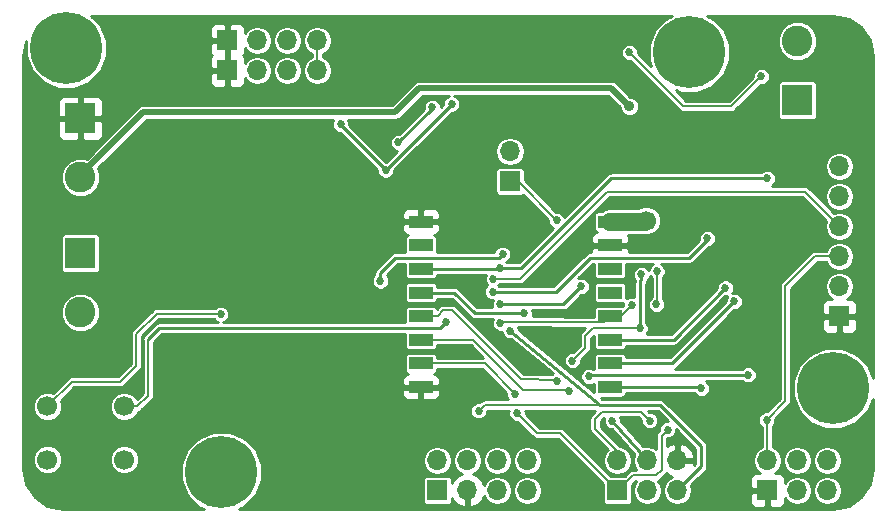
<source format=gbl>
G04 #@! TF.FileFunction,Copper,L2,Bot,Signal*
%FSLAX46Y46*%
G04 Gerber Fmt 4.6, Leading zero omitted, Abs format (unit mm)*
G04 Created by KiCad (PCBNEW 4.0.7+dfsg1-1~bpo9+1) date Thu Mar 15 23:06:16 2018*
%MOMM*%
%LPD*%
G01*
G04 APERTURE LIST*
%ADD10C,0.100000*%
%ADD11C,0.600000*%
%ADD12C,6.096000*%
%ADD13R,1.700000X1.700000*%
%ADD14O,1.700000X1.700000*%
%ADD15C,1.700000*%
%ADD16R,2.600000X2.600000*%
%ADD17C,2.600000*%
%ADD18R,2.000000X1.000000*%
%ADD19C,0.685800*%
%ADD20C,0.889000*%
%ADD21C,0.203200*%
%ADD22C,0.254000*%
%ADD23C,0.508000*%
%ADD24C,1.524000*%
G04 APERTURE END LIST*
D10*
D11*
X112776000Y-42494200D03*
X120954800Y-60477400D03*
X117144800Y-56159400D03*
X128524000Y-58674000D03*
X130810000Y-52324000D03*
X130302000Y-50546000D03*
X127762000Y-51054000D03*
X124714000Y-45466000D03*
X117602000Y-45466000D03*
X119888000Y-45466000D03*
X115570000Y-45720000D03*
X112395000Y-45720000D03*
X111125000Y-46355000D03*
X108381800Y-48234600D03*
X111125000Y-50165000D03*
X115722400Y-53162200D03*
D12*
X103200200Y-38760400D03*
D11*
X147243800Y-60147200D03*
X146942000Y-51152000D03*
X151790400Y-51663600D03*
X153568400Y-51663600D03*
X154838400Y-52425600D03*
X154838400Y-53949600D03*
X138353800Y-48260000D03*
X140665200Y-52730400D03*
X143687800Y-49225200D03*
X152349200Y-71526400D03*
X152044400Y-68199000D03*
X138480800Y-43484800D03*
X130810000Y-60604400D03*
X130911600Y-54457600D03*
X141430200Y-56130400D03*
X143563800Y-58340200D03*
X154990800Y-60731400D03*
X155346400Y-57785000D03*
X149072600Y-45186600D03*
X141960600Y-43840400D03*
X122682000Y-45466000D03*
X100863400Y-58420000D03*
X101092000Y-46761400D03*
X108458000Y-38354000D03*
X115646200Y-51435000D03*
X111125000Y-48260000D03*
X108407200Y-53060600D03*
X108407200Y-58928000D03*
X114604800Y-58445400D03*
X128397000Y-64211200D03*
X122682000Y-58674000D03*
X125730000Y-58674000D03*
X125476000Y-51054000D03*
X122936000Y-55880000D03*
X128524000Y-45466000D03*
X128524000Y-48768000D03*
X135636000Y-51308000D03*
X130048000Y-38608000D03*
X134620000Y-37592000D03*
X144780000Y-39116000D03*
X148844000Y-37592000D03*
X161544000Y-38100000D03*
X156188000Y-46730000D03*
X161544000Y-44196000D03*
X168638000Y-40980000D03*
X147450000Y-54200000D03*
X154711400Y-48285400D03*
X152044400Y-55473600D03*
X153492200Y-55473600D03*
X154838400Y-55473600D03*
X164338000Y-55880000D03*
X162814000Y-65532000D03*
X170434000Y-72390000D03*
X158750000Y-74676000D03*
X160274000Y-68834000D03*
X155956000Y-68834000D03*
X145034000Y-64262000D03*
X130175000Y-72390000D03*
X123190000Y-72390000D03*
X134112000Y-70612000D03*
X135890000Y-68580000D03*
X140970000Y-64770000D03*
X138430000Y-60452000D03*
X146304000Y-70612000D03*
X143764000Y-70104000D03*
X147320000Y-76835000D03*
X146685000Y-74930000D03*
X144780000Y-73025000D03*
X140970000Y-71120000D03*
X138430000Y-71120000D03*
X102870000Y-65405000D03*
X111252000Y-71628000D03*
X114604800Y-69621400D03*
X101600000Y-76200000D03*
X109855000Y-76200000D03*
X123190000Y-76200000D03*
D13*
X168656000Y-61468000D03*
D14*
X168656000Y-58928000D03*
X168656000Y-56388000D03*
X168656000Y-53848000D03*
X168656000Y-51308000D03*
X168656000Y-48768000D03*
D15*
X152298400Y-53365400D03*
D13*
X116840000Y-38100000D03*
D14*
X119380000Y-38100000D03*
X121920000Y-38100000D03*
X124460000Y-38100000D03*
D13*
X149860000Y-76200000D03*
D14*
X149860000Y-73660000D03*
X152400000Y-76200000D03*
X152400000Y-73660000D03*
X154940000Y-76200000D03*
X154940000Y-73660000D03*
D16*
X165100000Y-43180000D03*
D17*
X165100000Y-38180000D03*
D16*
X104394000Y-56134000D03*
D17*
X104394000Y-61134000D03*
D13*
X162560000Y-76200000D03*
D14*
X162560000Y-73660000D03*
X165100000Y-76200000D03*
X165100000Y-73660000D03*
X167640000Y-76200000D03*
X167640000Y-73660000D03*
D13*
X116840000Y-40640000D03*
D14*
X119380000Y-40640000D03*
X121920000Y-40640000D03*
X124460000Y-40640000D03*
D16*
X104394000Y-44704000D03*
D17*
X104394000Y-49704000D03*
D13*
X134620000Y-76200000D03*
D14*
X134620000Y-73660000D03*
X137160000Y-76200000D03*
X137160000Y-73660000D03*
X139700000Y-76200000D03*
X139700000Y-73660000D03*
X142240000Y-76200000D03*
X142240000Y-73660000D03*
D18*
X133224000Y-67452000D03*
X133224000Y-65452000D03*
X133224000Y-63452000D03*
X133224000Y-61452000D03*
X133224000Y-59452000D03*
X133224000Y-57452000D03*
X133224000Y-55452000D03*
X133224000Y-53452000D03*
X149224000Y-53452000D03*
X149224000Y-55452000D03*
X149224000Y-57452000D03*
X149224000Y-59452000D03*
X149224000Y-61452000D03*
X149224000Y-63452000D03*
X149224000Y-65452000D03*
X149224000Y-67452000D03*
D12*
X116332000Y-74676000D03*
X168148000Y-67564000D03*
X155956000Y-39116000D03*
D11*
X130175000Y-76200000D03*
D13*
X140766800Y-50038000D03*
D14*
X140766800Y-47498000D03*
D15*
X108100000Y-73588000D03*
X101600000Y-73588000D03*
X108100000Y-69088000D03*
X101600000Y-69088000D03*
D19*
X120548400Y-51892200D03*
X118618000Y-51689000D03*
X121437400Y-52146200D03*
X138112500Y-69469000D03*
X140779500Y-62674500D03*
X162560000Y-49784000D03*
X139954000Y-57404000D03*
X116255800Y-61290200D03*
X139954000Y-62039500D03*
X151066500Y-60515500D03*
X153162000Y-60452000D03*
X153225500Y-57658000D03*
X152590500Y-70294500D03*
X162496500Y-70231000D03*
X131318000Y-46736000D03*
X134175500Y-43751500D03*
D20*
X150876000Y-43688000D03*
D19*
X159766000Y-60198000D03*
X156972000Y-67564000D03*
X139954000Y-60452000D03*
X146812000Y-58928000D03*
X159004000Y-59055000D03*
X139344400Y-58267600D03*
X157480000Y-54864000D03*
X139293600Y-59385200D03*
X135826500Y-43497500D03*
X126428500Y-45212000D03*
X130238500Y-49085500D03*
X141160500Y-68008500D03*
X141351000Y-69659500D03*
X154114500Y-71056500D03*
X146050000Y-65214500D03*
X144716500Y-66929000D03*
X151765000Y-62484000D03*
X151892000Y-57912000D03*
X145796000Y-67754500D03*
X149415500Y-70294500D03*
X162052000Y-41148000D03*
X150876000Y-39116000D03*
X147447000Y-66548000D03*
X160909000Y-66421000D03*
X141986000Y-61214000D03*
X140144500Y-56197500D03*
X129794000Y-58483500D03*
X135318500Y-61976000D03*
X144703800Y-53340000D03*
D21*
X120548400Y-52882800D02*
X120548400Y-51892200D01*
X118618000Y-51689000D02*
X119075200Y-52146200D01*
X119075200Y-52146200D02*
X121437400Y-52146200D01*
X138620500Y-68961000D02*
X148399500Y-68961000D01*
X138112500Y-69469000D02*
X138620500Y-68961000D01*
D22*
X156972000Y-74168000D02*
X154940000Y-76200000D01*
X156972000Y-72453500D02*
X156972000Y-74168000D01*
X153479500Y-68961000D02*
X156972000Y-72453500D01*
X148399500Y-68961000D02*
X153479500Y-68961000D01*
X140779500Y-62674500D02*
X148399500Y-68961000D01*
X139954000Y-57404000D02*
X141732000Y-57404000D01*
X149352000Y-49784000D02*
X162560000Y-49784000D01*
X141732000Y-57404000D02*
X149352000Y-49784000D01*
X133224000Y-57452000D02*
X139906000Y-57452000D01*
X139906000Y-57452000D02*
X139954000Y-57404000D01*
D21*
X103682800Y-67005200D02*
X101600000Y-69088000D01*
X107772200Y-67005200D02*
X103682800Y-67005200D01*
X109118400Y-65659000D02*
X107772200Y-67005200D01*
X109118400Y-62966600D02*
X109118400Y-65659000D01*
X110845600Y-61239400D02*
X109118400Y-62966600D01*
X116205000Y-61239400D02*
X110845600Y-61239400D01*
X116255800Y-61290200D02*
X116205000Y-61239400D01*
X164084000Y-68580000D02*
X164084000Y-68643500D01*
X166624000Y-56388000D02*
X164084000Y-58928000D01*
X164084000Y-58928000D02*
X164084000Y-68580000D01*
X168656000Y-56388000D02*
X166624000Y-56388000D01*
X164084000Y-68643500D02*
X162496500Y-70231000D01*
X148700000Y-61976000D02*
X149224000Y-61452000D01*
X140081000Y-61912500D02*
X148700000Y-61976000D01*
X139954000Y-62039500D02*
X140081000Y-61912500D01*
X151066500Y-60515500D02*
X150130000Y-61452000D01*
X150130000Y-61452000D02*
X149224000Y-61452000D01*
X153162000Y-60452000D02*
X153225500Y-60388500D01*
X153225500Y-60388500D02*
X153225500Y-57658000D01*
X149860000Y-73660000D02*
X149860000Y-72898000D01*
X149860000Y-72898000D02*
X147955000Y-70993000D01*
X147955000Y-70993000D02*
X147955000Y-70167500D01*
X147955000Y-70167500D02*
X148590000Y-69532500D01*
X148590000Y-69532500D02*
X151828500Y-69532500D01*
X151828500Y-69532500D02*
X152590500Y-70294500D01*
X162496500Y-70231000D02*
X162560000Y-70231000D01*
X162560000Y-70231000D02*
X162496500Y-70231000D01*
X162496500Y-70231000D02*
X162560000Y-70231000D01*
X162560000Y-73660000D02*
X162560000Y-70231000D01*
X162560000Y-72961500D02*
X162560000Y-73660000D01*
D22*
X131318000Y-46736000D02*
X134175500Y-43878500D01*
X134175500Y-43878500D02*
X134175500Y-43751500D01*
D23*
X104394000Y-49704000D02*
X104394000Y-49530000D01*
X104394000Y-49530000D02*
X109728000Y-44196000D01*
X149352000Y-42164000D02*
X150876000Y-43688000D01*
X133096000Y-42164000D02*
X149352000Y-42164000D01*
X131064000Y-44196000D02*
X133096000Y-42164000D01*
X109728000Y-44196000D02*
X131064000Y-44196000D01*
D22*
X154512000Y-65452000D02*
X149224000Y-65452000D01*
X159766000Y-60198000D02*
X154512000Y-65452000D01*
X149224000Y-67452000D02*
X156860000Y-67452000D01*
X156860000Y-67452000D02*
X156972000Y-67564000D01*
X145288000Y-60452000D02*
X139954000Y-60452000D01*
X146812000Y-58928000D02*
X145288000Y-60452000D01*
X149224000Y-63452000D02*
X154607000Y-63452000D01*
X154607000Y-63452000D02*
X159004000Y-59055000D01*
D21*
X141630400Y-58267600D02*
X139344400Y-58267600D01*
X148996400Y-50901600D02*
X141630400Y-58267600D01*
X154330400Y-50901600D02*
X148996400Y-50901600D01*
X165709600Y-50901600D02*
X154330400Y-50901600D01*
X168656000Y-53848000D02*
X165709600Y-50901600D01*
X157480000Y-54864000D02*
X157480000Y-54991000D01*
X157480000Y-54991000D02*
X157480000Y-54864000D01*
X157480000Y-54864000D02*
X157480000Y-54991000D01*
D22*
X139293600Y-59385200D02*
X144653000Y-59436000D01*
X144653000Y-59436000D02*
X147574000Y-56515000D01*
X147574000Y-56515000D02*
X155956000Y-56515000D01*
X155956000Y-56515000D02*
X157480000Y-54991000D01*
X157480000Y-54991000D02*
X157480000Y-54991000D01*
D24*
X149224000Y-53452000D02*
X152211800Y-53452000D01*
X152211800Y-53452000D02*
X152298400Y-53365400D01*
D21*
X124460000Y-38100000D02*
X124460000Y-40640000D01*
D22*
X130238500Y-49085500D02*
X130683000Y-48641000D01*
X130683000Y-48641000D02*
X135826500Y-43497500D01*
X126428500Y-45275500D02*
X126428500Y-45212000D01*
X130238500Y-49085500D02*
X126428500Y-45275500D01*
D21*
X133224000Y-65452000D02*
X138604000Y-65452000D01*
X138604000Y-65452000D02*
X141224000Y-68072000D01*
X141224000Y-68072000D02*
X141160500Y-68008500D01*
X141351000Y-69659500D02*
X143065500Y-71374000D01*
X143065500Y-71374000D02*
X145034000Y-71374000D01*
X145034000Y-71374000D02*
X149860000Y-76200000D01*
X149860000Y-76200000D02*
X149923500Y-76200000D01*
X149923500Y-76200000D02*
X151193500Y-74930000D01*
X153606500Y-71564500D02*
X154114500Y-71056500D01*
X153606500Y-74485500D02*
X153606500Y-71564500D01*
X153162000Y-74930000D02*
X153606500Y-74485500D01*
X151193500Y-74930000D02*
X153162000Y-74930000D01*
X133224000Y-61452000D02*
X134636000Y-61452000D01*
X150622000Y-62484000D02*
X151765000Y-62484000D01*
X147764500Y-62484000D02*
X150622000Y-62484000D01*
X147129500Y-63119000D02*
X147764500Y-62484000D01*
X147129500Y-64135000D02*
X147129500Y-63119000D01*
X146050000Y-65214500D02*
X147129500Y-64135000D01*
X144716500Y-66865500D02*
X144716500Y-66929000D01*
X141732000Y-66802000D02*
X144716500Y-66865500D01*
X135890000Y-60960000D02*
X141732000Y-66802000D01*
X135128000Y-60960000D02*
X135890000Y-60960000D01*
X134636000Y-61452000D02*
X135128000Y-60960000D01*
D22*
X151765000Y-58864500D02*
X151765000Y-62484000D01*
X151892000Y-57912000D02*
X151765000Y-58864500D01*
D21*
X133224000Y-63452000D02*
X137620000Y-63452000D01*
X145732500Y-67691000D02*
X145796000Y-67754500D01*
X141859000Y-67691000D02*
X145732500Y-67691000D01*
X137620000Y-63452000D02*
X141859000Y-67691000D01*
D22*
X149415500Y-70294500D02*
X152400000Y-73660000D01*
X152400000Y-73660000D02*
X152400000Y-73660000D01*
D21*
X162052000Y-41148000D02*
X159512000Y-43688000D01*
X159512000Y-43688000D02*
X155448000Y-43688000D01*
X155448000Y-43688000D02*
X150876000Y-39116000D01*
D22*
X147447000Y-66548000D02*
X147574000Y-66421000D01*
X147574000Y-66421000D02*
X159639000Y-66421000D01*
X159639000Y-66421000D02*
X160909000Y-66421000D01*
X141986000Y-61214000D02*
X137795000Y-61214000D01*
X137795000Y-61214000D02*
X136033000Y-59452000D01*
X136033000Y-59452000D02*
X133224000Y-59452000D01*
X140144500Y-56197500D02*
X139827000Y-56515000D01*
X139827000Y-56515000D02*
X131064000Y-56515000D01*
X131064000Y-56515000D02*
X129794000Y-57785000D01*
X129794000Y-57785000D02*
X129794000Y-58483500D01*
D21*
X108100000Y-69088000D02*
X109220000Y-69088000D01*
X109220000Y-69088000D02*
X110134400Y-68173600D01*
X110134400Y-68173600D02*
X110134400Y-63411100D01*
D22*
X135318500Y-61976000D02*
X134810500Y-62484000D01*
X134810500Y-62484000D02*
X111061500Y-62484000D01*
X111061500Y-62484000D02*
X110134400Y-63411100D01*
D21*
X144703800Y-53340000D02*
X144729200Y-53314600D01*
X144729200Y-53314600D02*
X144678400Y-53314600D01*
X144678400Y-53314600D02*
X141401800Y-50038000D01*
X141401800Y-50038000D02*
X140766800Y-50038000D01*
D22*
G36*
X154016165Y-36207340D02*
X153050730Y-37171092D01*
X152527597Y-38430937D01*
X152526406Y-39795078D01*
X152729780Y-40287280D01*
X151599864Y-39157364D01*
X151600025Y-38972639D01*
X151490050Y-38706479D01*
X151286592Y-38502665D01*
X151020624Y-38392226D01*
X150732639Y-38391975D01*
X150466479Y-38501950D01*
X150262665Y-38705408D01*
X150152226Y-38971376D01*
X150151975Y-39259361D01*
X150261950Y-39525521D01*
X150465408Y-39729335D01*
X150731376Y-39839774D01*
X150917436Y-39839936D01*
X155106748Y-44029247D01*
X155106750Y-44029250D01*
X155263317Y-44133864D01*
X155448000Y-44170600D01*
X159512000Y-44170600D01*
X159696683Y-44133864D01*
X159853250Y-44029250D01*
X159853251Y-44029249D01*
X162002499Y-41880000D01*
X163411536Y-41880000D01*
X163411536Y-44480000D01*
X163438103Y-44621190D01*
X163521546Y-44750865D01*
X163648866Y-44837859D01*
X163800000Y-44868464D01*
X166400000Y-44868464D01*
X166541190Y-44841897D01*
X166670865Y-44758454D01*
X166757859Y-44631134D01*
X166788464Y-44480000D01*
X166788464Y-41880000D01*
X166761897Y-41738810D01*
X166678454Y-41609135D01*
X166551134Y-41522141D01*
X166400000Y-41491536D01*
X163800000Y-41491536D01*
X163658810Y-41518103D01*
X163529135Y-41601546D01*
X163442141Y-41728866D01*
X163411536Y-41880000D01*
X162002499Y-41880000D01*
X162010635Y-41871864D01*
X162195361Y-41872025D01*
X162461521Y-41762050D01*
X162665335Y-41558592D01*
X162775774Y-41292624D01*
X162776025Y-41004639D01*
X162666050Y-40738479D01*
X162462592Y-40534665D01*
X162196624Y-40424226D01*
X161908639Y-40423975D01*
X161642479Y-40533950D01*
X161438665Y-40737408D01*
X161328226Y-41003376D01*
X161328064Y-41189437D01*
X159312100Y-43205400D01*
X155647899Y-43205400D01*
X154785212Y-42342712D01*
X155270937Y-42544403D01*
X156635078Y-42545594D01*
X157895835Y-42024660D01*
X158861270Y-41060908D01*
X159384403Y-39801063D01*
X159385527Y-38512905D01*
X163418709Y-38512905D01*
X163674086Y-39130966D01*
X164146547Y-39604252D01*
X164764161Y-39860708D01*
X165432905Y-39861291D01*
X166050966Y-39605914D01*
X166524252Y-39133453D01*
X166780708Y-38515839D01*
X166781291Y-37847095D01*
X166525914Y-37229034D01*
X166053453Y-36755748D01*
X165435839Y-36499292D01*
X164767095Y-36498709D01*
X164149034Y-36754086D01*
X163675748Y-37226547D01*
X163419292Y-37844161D01*
X163418709Y-38512905D01*
X159385527Y-38512905D01*
X159385594Y-38436922D01*
X158864660Y-37176165D01*
X157900908Y-36210730D01*
X157431946Y-36016000D01*
X168103089Y-36016000D01*
X169428102Y-36279562D01*
X170513319Y-37004681D01*
X171238438Y-38089898D01*
X171502000Y-39414911D01*
X171502000Y-66701970D01*
X171056660Y-65624165D01*
X170092908Y-64658730D01*
X168833063Y-64135597D01*
X167468922Y-64134406D01*
X166208165Y-64655340D01*
X165242730Y-65619092D01*
X164719597Y-66878937D01*
X164718406Y-68243078D01*
X165239340Y-69503835D01*
X166203092Y-70469270D01*
X167462937Y-70992403D01*
X168827078Y-70993594D01*
X170087835Y-70472660D01*
X171053270Y-69508908D01*
X171502000Y-68428245D01*
X171502000Y-74377089D01*
X171238438Y-75702102D01*
X170513319Y-76787319D01*
X169428102Y-77512438D01*
X168103089Y-77776000D01*
X117808757Y-77776000D01*
X118271835Y-77584660D01*
X119237270Y-76620908D01*
X119760403Y-75361063D01*
X119760412Y-75350000D01*
X133381536Y-75350000D01*
X133381536Y-77050000D01*
X133408103Y-77191190D01*
X133491546Y-77320865D01*
X133618866Y-77407859D01*
X133770000Y-77438464D01*
X135470000Y-77438464D01*
X135611190Y-77411897D01*
X135740865Y-77328454D01*
X135827859Y-77201134D01*
X135858464Y-77050000D01*
X135858464Y-76854895D01*
X135964817Y-77081358D01*
X136393076Y-77471645D01*
X136803110Y-77641476D01*
X137033000Y-77520155D01*
X137033000Y-76327000D01*
X137013000Y-76327000D01*
X137013000Y-76073000D01*
X137033000Y-76073000D01*
X137033000Y-76053000D01*
X137287000Y-76053000D01*
X137287000Y-76073000D01*
X137307000Y-76073000D01*
X137307000Y-76327000D01*
X137287000Y-76327000D01*
X137287000Y-77520155D01*
X137516890Y-77641476D01*
X137926924Y-77471645D01*
X138355183Y-77081358D01*
X138554917Y-76656053D01*
X138562704Y-76695200D01*
X138829552Y-77094565D01*
X139228917Y-77361413D01*
X139700000Y-77455117D01*
X140171083Y-77361413D01*
X140570448Y-77094565D01*
X140837296Y-76695200D01*
X140931000Y-76224117D01*
X140931000Y-76175883D01*
X141009000Y-76175883D01*
X141009000Y-76224117D01*
X141102704Y-76695200D01*
X141369552Y-77094565D01*
X141768917Y-77361413D01*
X142240000Y-77455117D01*
X142711083Y-77361413D01*
X143110448Y-77094565D01*
X143377296Y-76695200D01*
X143471000Y-76224117D01*
X143471000Y-76175883D01*
X143377296Y-75704800D01*
X143110448Y-75305435D01*
X142711083Y-75038587D01*
X142240000Y-74944883D01*
X141768917Y-75038587D01*
X141369552Y-75305435D01*
X141102704Y-75704800D01*
X141009000Y-76175883D01*
X140931000Y-76175883D01*
X140837296Y-75704800D01*
X140570448Y-75305435D01*
X140171083Y-75038587D01*
X139700000Y-74944883D01*
X139228917Y-75038587D01*
X138829552Y-75305435D01*
X138562704Y-75704800D01*
X138554917Y-75743947D01*
X138355183Y-75318642D01*
X137926924Y-74928355D01*
X137645488Y-74811788D01*
X138030448Y-74554565D01*
X138297296Y-74155200D01*
X138391000Y-73684117D01*
X138391000Y-73635883D01*
X138469000Y-73635883D01*
X138469000Y-73684117D01*
X138562704Y-74155200D01*
X138829552Y-74554565D01*
X139228917Y-74821413D01*
X139700000Y-74915117D01*
X140171083Y-74821413D01*
X140570448Y-74554565D01*
X140837296Y-74155200D01*
X140931000Y-73684117D01*
X140931000Y-73635883D01*
X141009000Y-73635883D01*
X141009000Y-73684117D01*
X141102704Y-74155200D01*
X141369552Y-74554565D01*
X141768917Y-74821413D01*
X142240000Y-74915117D01*
X142711083Y-74821413D01*
X143110448Y-74554565D01*
X143377296Y-74155200D01*
X143471000Y-73684117D01*
X143471000Y-73635883D01*
X143377296Y-73164800D01*
X143110448Y-72765435D01*
X142711083Y-72498587D01*
X142240000Y-72404883D01*
X141768917Y-72498587D01*
X141369552Y-72765435D01*
X141102704Y-73164800D01*
X141009000Y-73635883D01*
X140931000Y-73635883D01*
X140837296Y-73164800D01*
X140570448Y-72765435D01*
X140171083Y-72498587D01*
X139700000Y-72404883D01*
X139228917Y-72498587D01*
X138829552Y-72765435D01*
X138562704Y-73164800D01*
X138469000Y-73635883D01*
X138391000Y-73635883D01*
X138297296Y-73164800D01*
X138030448Y-72765435D01*
X137631083Y-72498587D01*
X137160000Y-72404883D01*
X136688917Y-72498587D01*
X136289552Y-72765435D01*
X136022704Y-73164800D01*
X135929000Y-73635883D01*
X135929000Y-73684117D01*
X136022704Y-74155200D01*
X136289552Y-74554565D01*
X136674512Y-74811788D01*
X136393076Y-74928355D01*
X135964817Y-75318642D01*
X135858464Y-75545105D01*
X135858464Y-75350000D01*
X135831897Y-75208810D01*
X135748454Y-75079135D01*
X135621134Y-74992141D01*
X135470000Y-74961536D01*
X133770000Y-74961536D01*
X133628810Y-74988103D01*
X133499135Y-75071546D01*
X133412141Y-75198866D01*
X133381536Y-75350000D01*
X119760412Y-75350000D01*
X119761594Y-73996922D01*
X119612416Y-73635883D01*
X133389000Y-73635883D01*
X133389000Y-73684117D01*
X133482704Y-74155200D01*
X133749552Y-74554565D01*
X134148917Y-74821413D01*
X134620000Y-74915117D01*
X135091083Y-74821413D01*
X135490448Y-74554565D01*
X135757296Y-74155200D01*
X135851000Y-73684117D01*
X135851000Y-73635883D01*
X135757296Y-73164800D01*
X135490448Y-72765435D01*
X135091083Y-72498587D01*
X134620000Y-72404883D01*
X134148917Y-72498587D01*
X133749552Y-72765435D01*
X133482704Y-73164800D01*
X133389000Y-73635883D01*
X119612416Y-73635883D01*
X119240660Y-72736165D01*
X118276908Y-71770730D01*
X117017063Y-71247597D01*
X115652922Y-71246406D01*
X114392165Y-71767340D01*
X113426730Y-72731092D01*
X112903597Y-73990937D01*
X112902406Y-75355078D01*
X113423340Y-76615835D01*
X114387092Y-77581270D01*
X114856054Y-77776000D01*
X103169720Y-77776000D01*
X103146860Y-77780547D01*
X103124000Y-77776000D01*
X102914911Y-77776000D01*
X101589898Y-77512438D01*
X100504681Y-76787319D01*
X99779562Y-75702102D01*
X99516000Y-74377089D01*
X99516000Y-73831787D01*
X100368787Y-73831787D01*
X100555800Y-74284395D01*
X100901784Y-74630983D01*
X101354065Y-74818786D01*
X101843787Y-74819213D01*
X102296395Y-74632200D01*
X102642983Y-74286216D01*
X102830786Y-73833935D01*
X102830787Y-73831787D01*
X106868787Y-73831787D01*
X107055800Y-74284395D01*
X107401784Y-74630983D01*
X107854065Y-74818786D01*
X108343787Y-74819213D01*
X108796395Y-74632200D01*
X109142983Y-74286216D01*
X109330786Y-73833935D01*
X109331213Y-73344213D01*
X109144200Y-72891605D01*
X108798216Y-72545017D01*
X108345935Y-72357214D01*
X107856213Y-72356787D01*
X107403605Y-72543800D01*
X107057017Y-72889784D01*
X106869214Y-73342065D01*
X106868787Y-73831787D01*
X102830787Y-73831787D01*
X102831213Y-73344213D01*
X102644200Y-72891605D01*
X102298216Y-72545017D01*
X101845935Y-72357214D01*
X101356213Y-72356787D01*
X100903605Y-72543800D01*
X100557017Y-72889784D01*
X100369214Y-73342065D01*
X100368787Y-73831787D01*
X99516000Y-73831787D01*
X99516000Y-69331787D01*
X100368787Y-69331787D01*
X100555800Y-69784395D01*
X100901784Y-70130983D01*
X101354065Y-70318786D01*
X101843787Y-70319213D01*
X102296395Y-70132200D01*
X102642983Y-69786216D01*
X102830786Y-69333935D01*
X102831213Y-68844213D01*
X102742058Y-68628442D01*
X103882700Y-67487800D01*
X107772200Y-67487800D01*
X107956883Y-67451064D01*
X108113450Y-67346450D01*
X109459650Y-66000250D01*
X109564264Y-65843683D01*
X109601000Y-65659000D01*
X109601000Y-63166500D01*
X111045499Y-61722000D01*
X115663990Y-61722000D01*
X115845208Y-61903535D01*
X116019724Y-61976000D01*
X111061500Y-61976000D01*
X110899350Y-62008254D01*
X110867096Y-62014669D01*
X110702289Y-62124790D01*
X109775190Y-63051890D01*
X109665069Y-63216697D01*
X109626400Y-63411100D01*
X109651800Y-63538795D01*
X109651800Y-67973700D01*
X109170425Y-68455075D01*
X109144200Y-68391605D01*
X108798216Y-68045017D01*
X108345935Y-67857214D01*
X107856213Y-67856787D01*
X107403605Y-68043800D01*
X107057017Y-68389784D01*
X106869214Y-68842065D01*
X106868787Y-69331787D01*
X107055800Y-69784395D01*
X107401784Y-70130983D01*
X107854065Y-70318786D01*
X108343787Y-70319213D01*
X108796395Y-70132200D01*
X109142983Y-69786216D01*
X109233641Y-69567887D01*
X109404683Y-69533864D01*
X109561250Y-69429250D01*
X110475650Y-68514850D01*
X110580264Y-68358283D01*
X110617000Y-68173600D01*
X110617000Y-67737750D01*
X131589000Y-67737750D01*
X131589000Y-68078310D01*
X131685673Y-68311699D01*
X131864302Y-68490327D01*
X132097691Y-68587000D01*
X132938250Y-68587000D01*
X133097000Y-68428250D01*
X133097000Y-67579000D01*
X133351000Y-67579000D01*
X133351000Y-68428250D01*
X133509750Y-68587000D01*
X134350309Y-68587000D01*
X134583698Y-68490327D01*
X134762327Y-68311699D01*
X134859000Y-68078310D01*
X134859000Y-67737750D01*
X134700250Y-67579000D01*
X133351000Y-67579000D01*
X133097000Y-67579000D01*
X131747750Y-67579000D01*
X131589000Y-67737750D01*
X110617000Y-67737750D01*
X110617000Y-63646920D01*
X111271921Y-62992000D01*
X131835536Y-62992000D01*
X131835536Y-63952000D01*
X131862103Y-64093190D01*
X131945546Y-64222865D01*
X132072866Y-64309859D01*
X132224000Y-64340464D01*
X134224000Y-64340464D01*
X134365190Y-64313897D01*
X134494865Y-64230454D01*
X134581859Y-64103134D01*
X134612464Y-63952000D01*
X134612464Y-63934600D01*
X137420100Y-63934600D01*
X138454900Y-64969400D01*
X134612464Y-64969400D01*
X134612464Y-64952000D01*
X134585897Y-64810810D01*
X134502454Y-64681135D01*
X134375134Y-64594141D01*
X134224000Y-64563536D01*
X132224000Y-64563536D01*
X132082810Y-64590103D01*
X131953135Y-64673546D01*
X131866141Y-64800866D01*
X131835536Y-64952000D01*
X131835536Y-65952000D01*
X131862103Y-66093190D01*
X131945546Y-66222865D01*
X132072866Y-66309859D01*
X132108130Y-66317000D01*
X132097691Y-66317000D01*
X131864302Y-66413673D01*
X131685673Y-66592301D01*
X131589000Y-66825690D01*
X131589000Y-67166250D01*
X131747750Y-67325000D01*
X133097000Y-67325000D01*
X133097000Y-67305000D01*
X133351000Y-67305000D01*
X133351000Y-67325000D01*
X134700250Y-67325000D01*
X134859000Y-67166250D01*
X134859000Y-66825690D01*
X134762327Y-66592301D01*
X134583698Y-66413673D01*
X134350309Y-66317000D01*
X134348699Y-66317000D01*
X134365190Y-66313897D01*
X134494865Y-66230454D01*
X134581859Y-66103134D01*
X134612464Y-65952000D01*
X134612464Y-65934600D01*
X138404100Y-65934600D01*
X140436636Y-67967135D01*
X140436475Y-68151861D01*
X140546450Y-68418021D01*
X140606724Y-68478400D01*
X138620500Y-68478400D01*
X138435817Y-68515136D01*
X138279250Y-68619750D01*
X138279248Y-68619753D01*
X138153865Y-68745136D01*
X137969139Y-68744975D01*
X137702979Y-68854950D01*
X137499165Y-69058408D01*
X137388726Y-69324376D01*
X137388475Y-69612361D01*
X137498450Y-69878521D01*
X137701908Y-70082335D01*
X137967876Y-70192774D01*
X138255861Y-70193025D01*
X138522021Y-70083050D01*
X138725835Y-69879592D01*
X138836274Y-69613624D01*
X138836422Y-69443600D01*
X140656822Y-69443600D01*
X140627226Y-69514876D01*
X140626975Y-69802861D01*
X140736950Y-70069021D01*
X140940408Y-70272835D01*
X141206376Y-70383274D01*
X141392436Y-70383436D01*
X142724250Y-71715250D01*
X142880817Y-71819864D01*
X143065500Y-71856600D01*
X144834100Y-71856600D01*
X148621536Y-75644035D01*
X148621536Y-77050000D01*
X148648103Y-77191190D01*
X148731546Y-77320865D01*
X148858866Y-77407859D01*
X149010000Y-77438464D01*
X150710000Y-77438464D01*
X150851190Y-77411897D01*
X150980865Y-77328454D01*
X151067859Y-77201134D01*
X151098464Y-77050000D01*
X151098464Y-75707536D01*
X151393400Y-75412600D01*
X151457946Y-75412600D01*
X151262704Y-75704800D01*
X151169000Y-76175883D01*
X151169000Y-76224117D01*
X151262704Y-76695200D01*
X151529552Y-77094565D01*
X151928917Y-77361413D01*
X152400000Y-77455117D01*
X152871083Y-77361413D01*
X153270448Y-77094565D01*
X153537296Y-76695200D01*
X153631000Y-76224117D01*
X153631000Y-76175883D01*
X153537296Y-75704800D01*
X153320930Y-75380987D01*
X153346683Y-75375864D01*
X153503250Y-75271250D01*
X153947750Y-74826750D01*
X153989467Y-74764316D01*
X154173076Y-74931645D01*
X154454512Y-75048212D01*
X154069552Y-75305435D01*
X153802704Y-75704800D01*
X153709000Y-76175883D01*
X153709000Y-76224117D01*
X153802704Y-76695200D01*
X154069552Y-77094565D01*
X154468917Y-77361413D01*
X154940000Y-77455117D01*
X155411083Y-77361413D01*
X155810448Y-77094565D01*
X156077296Y-76695200D01*
X156118958Y-76485750D01*
X161075000Y-76485750D01*
X161075000Y-77176309D01*
X161171673Y-77409698D01*
X161350301Y-77588327D01*
X161583690Y-77685000D01*
X162274250Y-77685000D01*
X162433000Y-77526250D01*
X162433000Y-76327000D01*
X161233750Y-76327000D01*
X161075000Y-76485750D01*
X156118958Y-76485750D01*
X156171000Y-76224117D01*
X156171000Y-76175883D01*
X156089959Y-75768461D01*
X156634729Y-75223691D01*
X161075000Y-75223691D01*
X161075000Y-75914250D01*
X161233750Y-76073000D01*
X162433000Y-76073000D01*
X162433000Y-76053000D01*
X162687000Y-76053000D01*
X162687000Y-76073000D01*
X162707000Y-76073000D01*
X162707000Y-76327000D01*
X162687000Y-76327000D01*
X162687000Y-77526250D01*
X162845750Y-77685000D01*
X163536310Y-77685000D01*
X163769699Y-77588327D01*
X163948327Y-77409698D01*
X164045000Y-77176309D01*
X164045000Y-76818364D01*
X164229552Y-77094565D01*
X164628917Y-77361413D01*
X165100000Y-77455117D01*
X165571083Y-77361413D01*
X165970448Y-77094565D01*
X166237296Y-76695200D01*
X166331000Y-76224117D01*
X166331000Y-76175883D01*
X166409000Y-76175883D01*
X166409000Y-76224117D01*
X166502704Y-76695200D01*
X166769552Y-77094565D01*
X167168917Y-77361413D01*
X167640000Y-77455117D01*
X168111083Y-77361413D01*
X168510448Y-77094565D01*
X168777296Y-76695200D01*
X168871000Y-76224117D01*
X168871000Y-76175883D01*
X168777296Y-75704800D01*
X168510448Y-75305435D01*
X168111083Y-75038587D01*
X167640000Y-74944883D01*
X167168917Y-75038587D01*
X166769552Y-75305435D01*
X166502704Y-75704800D01*
X166409000Y-76175883D01*
X166331000Y-76175883D01*
X166237296Y-75704800D01*
X165970448Y-75305435D01*
X165571083Y-75038587D01*
X165100000Y-74944883D01*
X164628917Y-75038587D01*
X164229552Y-75305435D01*
X164045000Y-75581636D01*
X164045000Y-75223691D01*
X163948327Y-74990302D01*
X163769699Y-74811673D01*
X163536310Y-74715000D01*
X163190341Y-74715000D01*
X163430448Y-74554565D01*
X163697296Y-74155200D01*
X163791000Y-73684117D01*
X163791000Y-73635883D01*
X163869000Y-73635883D01*
X163869000Y-73684117D01*
X163962704Y-74155200D01*
X164229552Y-74554565D01*
X164628917Y-74821413D01*
X165100000Y-74915117D01*
X165571083Y-74821413D01*
X165970448Y-74554565D01*
X166237296Y-74155200D01*
X166331000Y-73684117D01*
X166331000Y-73635883D01*
X166409000Y-73635883D01*
X166409000Y-73684117D01*
X166502704Y-74155200D01*
X166769552Y-74554565D01*
X167168917Y-74821413D01*
X167640000Y-74915117D01*
X168111083Y-74821413D01*
X168510448Y-74554565D01*
X168777296Y-74155200D01*
X168871000Y-73684117D01*
X168871000Y-73635883D01*
X168777296Y-73164800D01*
X168510448Y-72765435D01*
X168111083Y-72498587D01*
X167640000Y-72404883D01*
X167168917Y-72498587D01*
X166769552Y-72765435D01*
X166502704Y-73164800D01*
X166409000Y-73635883D01*
X166331000Y-73635883D01*
X166237296Y-73164800D01*
X165970448Y-72765435D01*
X165571083Y-72498587D01*
X165100000Y-72404883D01*
X164628917Y-72498587D01*
X164229552Y-72765435D01*
X163962704Y-73164800D01*
X163869000Y-73635883D01*
X163791000Y-73635883D01*
X163697296Y-73164800D01*
X163430448Y-72765435D01*
X163042600Y-72506282D01*
X163042600Y-70708710D01*
X163109835Y-70641592D01*
X163220274Y-70375624D01*
X163220436Y-70189564D01*
X164425250Y-68984750D01*
X164529864Y-68828183D01*
X164566600Y-68643500D01*
X164566600Y-61753750D01*
X167171000Y-61753750D01*
X167171000Y-62444310D01*
X167267673Y-62677699D01*
X167446302Y-62856327D01*
X167679691Y-62953000D01*
X168370250Y-62953000D01*
X168529000Y-62794250D01*
X168529000Y-61595000D01*
X168783000Y-61595000D01*
X168783000Y-62794250D01*
X168941750Y-62953000D01*
X169632309Y-62953000D01*
X169865698Y-62856327D01*
X170044327Y-62677699D01*
X170141000Y-62444310D01*
X170141000Y-61753750D01*
X169982250Y-61595000D01*
X168783000Y-61595000D01*
X168529000Y-61595000D01*
X167329750Y-61595000D01*
X167171000Y-61753750D01*
X164566600Y-61753750D01*
X164566600Y-60491690D01*
X167171000Y-60491690D01*
X167171000Y-61182250D01*
X167329750Y-61341000D01*
X168529000Y-61341000D01*
X168529000Y-61321000D01*
X168783000Y-61321000D01*
X168783000Y-61341000D01*
X169982250Y-61341000D01*
X170141000Y-61182250D01*
X170141000Y-60491690D01*
X170044327Y-60258301D01*
X169865698Y-60079673D01*
X169632309Y-59983000D01*
X169274364Y-59983000D01*
X169550565Y-59798448D01*
X169817413Y-59399083D01*
X169911117Y-58928000D01*
X169817413Y-58456917D01*
X169550565Y-58057552D01*
X169151200Y-57790704D01*
X168680117Y-57697000D01*
X168631883Y-57697000D01*
X168160800Y-57790704D01*
X167761435Y-58057552D01*
X167494587Y-58456917D01*
X167400883Y-58928000D01*
X167494587Y-59399083D01*
X167761435Y-59798448D01*
X168037636Y-59983000D01*
X167679691Y-59983000D01*
X167446302Y-60079673D01*
X167267673Y-60258301D01*
X167171000Y-60491690D01*
X164566600Y-60491690D01*
X164566600Y-59127900D01*
X166823899Y-56870600D01*
X167502282Y-56870600D01*
X167761435Y-57258448D01*
X168160800Y-57525296D01*
X168631883Y-57619000D01*
X168680117Y-57619000D01*
X169151200Y-57525296D01*
X169550565Y-57258448D01*
X169817413Y-56859083D01*
X169911117Y-56388000D01*
X169817413Y-55916917D01*
X169550565Y-55517552D01*
X169151200Y-55250704D01*
X168680117Y-55157000D01*
X168631883Y-55157000D01*
X168160800Y-55250704D01*
X167761435Y-55517552D01*
X167502282Y-55905400D01*
X166624000Y-55905400D01*
X166439317Y-55942136D01*
X166282750Y-56046750D01*
X166282748Y-56046753D01*
X163742750Y-58586750D01*
X163638136Y-58743317D01*
X163601400Y-58928000D01*
X163601400Y-68443600D01*
X162537864Y-69507136D01*
X162353139Y-69506975D01*
X162086979Y-69616950D01*
X161883165Y-69820408D01*
X161772726Y-70086376D01*
X161772475Y-70374361D01*
X161882450Y-70640521D01*
X162077400Y-70835812D01*
X162077400Y-72506282D01*
X161689552Y-72765435D01*
X161422704Y-73164800D01*
X161329000Y-73635883D01*
X161329000Y-73684117D01*
X161422704Y-74155200D01*
X161689552Y-74554565D01*
X161929659Y-74715000D01*
X161583690Y-74715000D01*
X161350301Y-74811673D01*
X161171673Y-74990302D01*
X161075000Y-75223691D01*
X156634729Y-75223691D01*
X157331210Y-74527210D01*
X157441331Y-74362403D01*
X157480000Y-74168000D01*
X157480000Y-72453500D01*
X157441331Y-72259097D01*
X157331210Y-72094290D01*
X153838710Y-68601790D01*
X153673903Y-68491669D01*
X153479500Y-68453000D01*
X148582005Y-68453000D01*
X148445598Y-68340464D01*
X150224000Y-68340464D01*
X150365190Y-68313897D01*
X150494865Y-68230454D01*
X150581859Y-68103134D01*
X150610844Y-67960000D01*
X156352363Y-67960000D01*
X156357950Y-67973521D01*
X156561408Y-68177335D01*
X156827376Y-68287774D01*
X157115361Y-68288025D01*
X157381521Y-68178050D01*
X157585335Y-67974592D01*
X157695774Y-67708624D01*
X157696025Y-67420639D01*
X157586050Y-67154479D01*
X157382592Y-66950665D01*
X157330417Y-66929000D01*
X160393257Y-66929000D01*
X160498408Y-67034335D01*
X160764376Y-67144774D01*
X161052361Y-67145025D01*
X161318521Y-67035050D01*
X161522335Y-66831592D01*
X161632774Y-66565624D01*
X161633025Y-66277639D01*
X161523050Y-66011479D01*
X161319592Y-65807665D01*
X161053624Y-65697226D01*
X160765639Y-65696975D01*
X160499479Y-65806950D01*
X160393243Y-65913000D01*
X154718871Y-65913000D01*
X154871210Y-65811210D01*
X159760525Y-60921895D01*
X159909361Y-60922025D01*
X160175521Y-60812050D01*
X160379335Y-60608592D01*
X160489774Y-60342624D01*
X160490025Y-60054639D01*
X160380050Y-59788479D01*
X160176592Y-59584665D01*
X159910624Y-59474226D01*
X159622639Y-59473975D01*
X159599261Y-59483635D01*
X159617335Y-59465592D01*
X159727774Y-59199624D01*
X159728025Y-58911639D01*
X159618050Y-58645479D01*
X159414592Y-58441665D01*
X159148624Y-58331226D01*
X158860639Y-58330975D01*
X158594479Y-58440950D01*
X158390665Y-58644408D01*
X158280226Y-58910376D01*
X158280095Y-59060485D01*
X154396580Y-62944000D01*
X152328841Y-62944000D01*
X152378335Y-62894592D01*
X152488774Y-62628624D01*
X152489025Y-62340639D01*
X152379050Y-62074479D01*
X152273000Y-61968243D01*
X152273000Y-58898219D01*
X152325862Y-58501751D01*
X152505335Y-58322592D01*
X152611350Y-58067279D01*
X152611450Y-58067521D01*
X152742900Y-58199201D01*
X152742900Y-59847512D01*
X152548665Y-60041408D01*
X152438226Y-60307376D01*
X152437975Y-60595361D01*
X152547950Y-60861521D01*
X152751408Y-61065335D01*
X153017376Y-61175774D01*
X153305361Y-61176025D01*
X153571521Y-61066050D01*
X153775335Y-60862592D01*
X153885774Y-60596624D01*
X153886025Y-60308639D01*
X153776050Y-60042479D01*
X153708100Y-59974410D01*
X153708100Y-58199099D01*
X153838835Y-58068592D01*
X153949274Y-57802624D01*
X153949525Y-57514639D01*
X153839550Y-57248479D01*
X153636092Y-57044665D01*
X153583917Y-57023000D01*
X155956000Y-57023000D01*
X156150403Y-56984331D01*
X156315210Y-56874210D01*
X157601415Y-55588006D01*
X157623361Y-55588025D01*
X157889521Y-55478050D01*
X158093335Y-55274592D01*
X158203774Y-55008624D01*
X158204025Y-54720639D01*
X158094050Y-54454479D01*
X157890592Y-54250665D01*
X157624624Y-54140226D01*
X157336639Y-54139975D01*
X157070479Y-54249950D01*
X156866665Y-54453408D01*
X156756226Y-54719376D01*
X156755984Y-54996595D01*
X155745580Y-56007000D01*
X150859000Y-56007000D01*
X150859000Y-55737750D01*
X150700250Y-55579000D01*
X149351000Y-55579000D01*
X149351000Y-55599000D01*
X149097000Y-55599000D01*
X149097000Y-55579000D01*
X147747750Y-55579000D01*
X147589000Y-55737750D01*
X147589000Y-56007000D01*
X147574000Y-56007000D01*
X147379597Y-56045669D01*
X147214790Y-56155790D01*
X144444578Y-58926002D01*
X139814247Y-58882112D01*
X139783905Y-58851718D01*
X139885601Y-58750200D01*
X141630400Y-58750200D01*
X141815083Y-58713464D01*
X141971650Y-58608850D01*
X145754810Y-54825690D01*
X147589000Y-54825690D01*
X147589000Y-55166250D01*
X147747750Y-55325000D01*
X149097000Y-55325000D01*
X149097000Y-55305000D01*
X149351000Y-55305000D01*
X149351000Y-55325000D01*
X150700250Y-55325000D01*
X150859000Y-55166250D01*
X150859000Y-54825690D01*
X150763445Y-54595000D01*
X152049609Y-54595000D01*
X152052465Y-54596186D01*
X152542187Y-54596613D01*
X152994795Y-54409600D01*
X153341383Y-54063616D01*
X153529186Y-53611335D01*
X153529613Y-53121613D01*
X153342600Y-52669005D01*
X152996616Y-52322417D01*
X152544335Y-52134614D01*
X152054613Y-52134187D01*
X151631531Y-52309000D01*
X149224000Y-52309000D01*
X148786593Y-52396006D01*
X148535866Y-52563536D01*
X148224000Y-52563536D01*
X148082810Y-52590103D01*
X147953135Y-52673546D01*
X147866141Y-52800866D01*
X147835536Y-52952000D01*
X147835536Y-53952000D01*
X147862103Y-54093190D01*
X147945546Y-54222865D01*
X148072866Y-54309859D01*
X148108130Y-54317000D01*
X148097691Y-54317000D01*
X147864302Y-54413673D01*
X147685673Y-54592301D01*
X147589000Y-54825690D01*
X145754810Y-54825690D01*
X149196300Y-51384200D01*
X165509700Y-51384200D01*
X167497723Y-53372223D01*
X167494587Y-53376917D01*
X167400883Y-53848000D01*
X167494587Y-54319083D01*
X167761435Y-54718448D01*
X168160800Y-54985296D01*
X168631883Y-55079000D01*
X168680117Y-55079000D01*
X169151200Y-54985296D01*
X169550565Y-54718448D01*
X169817413Y-54319083D01*
X169911117Y-53848000D01*
X169817413Y-53376917D01*
X169550565Y-52977552D01*
X169151200Y-52710704D01*
X168680117Y-52617000D01*
X168631883Y-52617000D01*
X168194501Y-52704001D01*
X166798500Y-51308000D01*
X167400883Y-51308000D01*
X167494587Y-51779083D01*
X167761435Y-52178448D01*
X168160800Y-52445296D01*
X168631883Y-52539000D01*
X168680117Y-52539000D01*
X169151200Y-52445296D01*
X169550565Y-52178448D01*
X169817413Y-51779083D01*
X169911117Y-51308000D01*
X169817413Y-50836917D01*
X169550565Y-50437552D01*
X169151200Y-50170704D01*
X168680117Y-50077000D01*
X168631883Y-50077000D01*
X168160800Y-50170704D01*
X167761435Y-50437552D01*
X167494587Y-50836917D01*
X167400883Y-51308000D01*
X166798500Y-51308000D01*
X166050850Y-50560350D01*
X165894283Y-50455736D01*
X165709600Y-50419000D01*
X162918818Y-50419000D01*
X162969521Y-50398050D01*
X163173335Y-50194592D01*
X163283774Y-49928624D01*
X163284025Y-49640639D01*
X163174050Y-49374479D01*
X162970592Y-49170665D01*
X162704624Y-49060226D01*
X162416639Y-49059975D01*
X162150479Y-49169950D01*
X162044243Y-49276000D01*
X149352000Y-49276000D01*
X149189850Y-49308254D01*
X149157596Y-49314669D01*
X148992790Y-49424790D01*
X145367336Y-53050244D01*
X145317850Y-52930479D01*
X145114392Y-52726665D01*
X144848424Y-52616226D01*
X144662364Y-52616064D01*
X142005264Y-49958964D01*
X142005264Y-49188000D01*
X141978697Y-49046810D01*
X141895254Y-48917135D01*
X141767934Y-48830141D01*
X141616800Y-48799536D01*
X139916800Y-48799536D01*
X139775610Y-48826103D01*
X139645935Y-48909546D01*
X139558941Y-49036866D01*
X139528336Y-49188000D01*
X139528336Y-50888000D01*
X139554903Y-51029190D01*
X139638346Y-51158865D01*
X139765666Y-51245859D01*
X139916800Y-51276464D01*
X141616800Y-51276464D01*
X141757990Y-51249897D01*
X141863381Y-51182081D01*
X143979936Y-53298636D01*
X143979775Y-53483361D01*
X144089750Y-53749521D01*
X144293208Y-53953335D01*
X144414062Y-54003518D01*
X141521580Y-56896000D01*
X140469743Y-56896000D01*
X140434669Y-56860865D01*
X140554021Y-56811550D01*
X140757835Y-56608092D01*
X140868274Y-56342124D01*
X140868525Y-56054139D01*
X140758550Y-55787979D01*
X140555092Y-55584165D01*
X140289124Y-55473726D01*
X140001139Y-55473475D01*
X139734979Y-55583450D01*
X139531165Y-55786908D01*
X139439775Y-56007000D01*
X134601326Y-56007000D01*
X134612464Y-55952000D01*
X134612464Y-54952000D01*
X134585897Y-54810810D01*
X134502454Y-54681135D01*
X134375134Y-54594141D01*
X134339870Y-54587000D01*
X134350309Y-54587000D01*
X134583698Y-54490327D01*
X134762327Y-54311699D01*
X134859000Y-54078310D01*
X134859000Y-53737750D01*
X134700250Y-53579000D01*
X133351000Y-53579000D01*
X133351000Y-53599000D01*
X133097000Y-53599000D01*
X133097000Y-53579000D01*
X131747750Y-53579000D01*
X131589000Y-53737750D01*
X131589000Y-54078310D01*
X131685673Y-54311699D01*
X131864302Y-54490327D01*
X132097691Y-54587000D01*
X132099301Y-54587000D01*
X132082810Y-54590103D01*
X131953135Y-54673546D01*
X131866141Y-54800866D01*
X131835536Y-54952000D01*
X131835536Y-55952000D01*
X131845885Y-56007000D01*
X131064000Y-56007000D01*
X130901850Y-56039254D01*
X130869596Y-56045669D01*
X130704790Y-56155790D01*
X129434790Y-57425790D01*
X129324669Y-57590597D01*
X129286000Y-57785000D01*
X129286000Y-57967757D01*
X129180665Y-58072908D01*
X129070226Y-58338876D01*
X129069975Y-58626861D01*
X129179950Y-58893021D01*
X129383408Y-59096835D01*
X129649376Y-59207274D01*
X129937361Y-59207525D01*
X130203521Y-59097550D01*
X130407335Y-58894092D01*
X130517774Y-58628124D01*
X130518025Y-58340139D01*
X130408050Y-58073979D01*
X130315826Y-57981594D01*
X131274420Y-57023000D01*
X131835536Y-57023000D01*
X131835536Y-57952000D01*
X131862103Y-58093190D01*
X131945546Y-58222865D01*
X132072866Y-58309859D01*
X132224000Y-58340464D01*
X134224000Y-58340464D01*
X134365190Y-58313897D01*
X134494865Y-58230454D01*
X134581859Y-58103134D01*
X134610844Y-57960000D01*
X138688299Y-57960000D01*
X138620626Y-58122976D01*
X138620375Y-58410961D01*
X138730350Y-58677121D01*
X138854095Y-58801082D01*
X138680265Y-58974608D01*
X138569826Y-59240576D01*
X138569575Y-59528561D01*
X138679550Y-59794721D01*
X138883008Y-59998535D01*
X139148976Y-60108974D01*
X139312550Y-60109117D01*
X139230226Y-60307376D01*
X139229975Y-60595361D01*
X139275690Y-60706000D01*
X138005420Y-60706000D01*
X136392210Y-59092790D01*
X136227403Y-58982669D01*
X136033000Y-58944000D01*
X134610959Y-58944000D01*
X134585897Y-58810810D01*
X134502454Y-58681135D01*
X134375134Y-58594141D01*
X134224000Y-58563536D01*
X132224000Y-58563536D01*
X132082810Y-58590103D01*
X131953135Y-58673546D01*
X131866141Y-58800866D01*
X131835536Y-58952000D01*
X131835536Y-59952000D01*
X131862103Y-60093190D01*
X131945546Y-60222865D01*
X132072866Y-60309859D01*
X132224000Y-60340464D01*
X134224000Y-60340464D01*
X134365190Y-60313897D01*
X134494865Y-60230454D01*
X134581859Y-60103134D01*
X134610844Y-59960000D01*
X135822580Y-59960000D01*
X137435790Y-61573210D01*
X137600596Y-61683331D01*
X137632850Y-61689746D01*
X137795000Y-61722000D01*
X139302010Y-61722000D01*
X139230226Y-61894876D01*
X139229975Y-62182861D01*
X139339950Y-62449021D01*
X139543408Y-62652835D01*
X139809376Y-62763274D01*
X140055522Y-62763489D01*
X140055475Y-62817861D01*
X140165450Y-63084021D01*
X140368908Y-63287835D01*
X140634876Y-63398274D01*
X140858776Y-63398469D01*
X144364897Y-66291019D01*
X144306979Y-66314950D01*
X144248984Y-66372843D01*
X141936133Y-66323634D01*
X136231250Y-60618750D01*
X136074683Y-60514136D01*
X135890000Y-60477400D01*
X135128000Y-60477400D01*
X134943317Y-60514136D01*
X134786750Y-60618750D01*
X134587290Y-60818210D01*
X134585897Y-60810810D01*
X134502454Y-60681135D01*
X134375134Y-60594141D01*
X134224000Y-60563536D01*
X132224000Y-60563536D01*
X132082810Y-60590103D01*
X131953135Y-60673546D01*
X131866141Y-60800866D01*
X131835536Y-60952000D01*
X131835536Y-61952000D01*
X131840052Y-61976000D01*
X116491673Y-61976000D01*
X116665321Y-61904250D01*
X116869135Y-61700792D01*
X116979574Y-61434824D01*
X116979825Y-61146839D01*
X116869850Y-60880679D01*
X116666392Y-60676865D01*
X116400424Y-60566426D01*
X116112439Y-60566175D01*
X115846279Y-60676150D01*
X115765488Y-60756800D01*
X110845605Y-60756800D01*
X110845600Y-60756799D01*
X110662355Y-60793250D01*
X110660917Y-60793536D01*
X110504350Y-60898150D01*
X110504348Y-60898153D01*
X108777150Y-62625350D01*
X108672536Y-62781917D01*
X108635800Y-62966600D01*
X108635800Y-65459100D01*
X107572300Y-66522600D01*
X103682800Y-66522600D01*
X103498117Y-66559336D01*
X103341550Y-66663950D01*
X102059575Y-67945925D01*
X101845935Y-67857214D01*
X101356213Y-67856787D01*
X100903605Y-68043800D01*
X100557017Y-68389784D01*
X100369214Y-68842065D01*
X100368787Y-69331787D01*
X99516000Y-69331787D01*
X99516000Y-61466905D01*
X102712709Y-61466905D01*
X102968086Y-62084966D01*
X103440547Y-62558252D01*
X104058161Y-62814708D01*
X104726905Y-62815291D01*
X105344966Y-62559914D01*
X105818252Y-62087453D01*
X106074708Y-61469839D01*
X106075291Y-60801095D01*
X105819914Y-60183034D01*
X105347453Y-59709748D01*
X104729839Y-59453292D01*
X104061095Y-59452709D01*
X103443034Y-59708086D01*
X102969748Y-60180547D01*
X102713292Y-60798161D01*
X102712709Y-61466905D01*
X99516000Y-61466905D01*
X99516000Y-54834000D01*
X102705536Y-54834000D01*
X102705536Y-57434000D01*
X102732103Y-57575190D01*
X102815546Y-57704865D01*
X102942866Y-57791859D01*
X103094000Y-57822464D01*
X105694000Y-57822464D01*
X105835190Y-57795897D01*
X105964865Y-57712454D01*
X106051859Y-57585134D01*
X106082464Y-57434000D01*
X106082464Y-54834000D01*
X106055897Y-54692810D01*
X105972454Y-54563135D01*
X105845134Y-54476141D01*
X105694000Y-54445536D01*
X103094000Y-54445536D01*
X102952810Y-54472103D01*
X102823135Y-54555546D01*
X102736141Y-54682866D01*
X102705536Y-54834000D01*
X99516000Y-54834000D01*
X99516000Y-52825690D01*
X131589000Y-52825690D01*
X131589000Y-53166250D01*
X131747750Y-53325000D01*
X133097000Y-53325000D01*
X133097000Y-52475750D01*
X133351000Y-52475750D01*
X133351000Y-53325000D01*
X134700250Y-53325000D01*
X134859000Y-53166250D01*
X134859000Y-52825690D01*
X134762327Y-52592301D01*
X134583698Y-52413673D01*
X134350309Y-52317000D01*
X133509750Y-52317000D01*
X133351000Y-52475750D01*
X133097000Y-52475750D01*
X132938250Y-52317000D01*
X132097691Y-52317000D01*
X131864302Y-52413673D01*
X131685673Y-52592301D01*
X131589000Y-52825690D01*
X99516000Y-52825690D01*
X99516000Y-50036905D01*
X102712709Y-50036905D01*
X102968086Y-50654966D01*
X103440547Y-51128252D01*
X104058161Y-51384708D01*
X104726905Y-51385291D01*
X105344966Y-51129914D01*
X105818252Y-50657453D01*
X106074708Y-50039839D01*
X106075291Y-49371095D01*
X105892740Y-48929286D01*
X109991026Y-44831000D01*
X125802877Y-44831000D01*
X125704726Y-45067376D01*
X125704475Y-45355361D01*
X125814450Y-45621521D01*
X126017908Y-45825335D01*
X126283876Y-45935774D01*
X126370429Y-45935849D01*
X129514605Y-49080025D01*
X129514475Y-49228861D01*
X129624450Y-49495021D01*
X129827908Y-49698835D01*
X130093876Y-49809274D01*
X130381861Y-49809525D01*
X130648021Y-49699550D01*
X130851835Y-49496092D01*
X130962274Y-49230124D01*
X130962405Y-49080015D01*
X131042210Y-49000210D01*
X131274420Y-48768000D01*
X167400883Y-48768000D01*
X167494587Y-49239083D01*
X167761435Y-49638448D01*
X168160800Y-49905296D01*
X168631883Y-49999000D01*
X168680117Y-49999000D01*
X169151200Y-49905296D01*
X169550565Y-49638448D01*
X169817413Y-49239083D01*
X169911117Y-48768000D01*
X169817413Y-48296917D01*
X169550565Y-47897552D01*
X169151200Y-47630704D01*
X168680117Y-47537000D01*
X168631883Y-47537000D01*
X168160800Y-47630704D01*
X167761435Y-47897552D01*
X167494587Y-48296917D01*
X167400883Y-48768000D01*
X131274420Y-48768000D01*
X132544420Y-47498000D01*
X139511683Y-47498000D01*
X139605387Y-47969083D01*
X139872235Y-48368448D01*
X140271600Y-48635296D01*
X140742683Y-48729000D01*
X140790917Y-48729000D01*
X141262000Y-48635296D01*
X141661365Y-48368448D01*
X141928213Y-47969083D01*
X142021917Y-47498000D01*
X141928213Y-47026917D01*
X141661365Y-46627552D01*
X141262000Y-46360704D01*
X140790917Y-46267000D01*
X140742683Y-46267000D01*
X140271600Y-46360704D01*
X139872235Y-46627552D01*
X139605387Y-47026917D01*
X139511683Y-47498000D01*
X132544420Y-47498000D01*
X135821026Y-44221395D01*
X135969861Y-44221525D01*
X136236021Y-44111550D01*
X136439835Y-43908092D01*
X136550274Y-43642124D01*
X136550525Y-43354139D01*
X136440550Y-43087979D01*
X136237092Y-42884165D01*
X136031991Y-42799000D01*
X149088974Y-42799000D01*
X150050436Y-43760462D01*
X150050357Y-43851482D01*
X150175767Y-44154998D01*
X150407781Y-44387417D01*
X150711077Y-44513357D01*
X151039482Y-44513643D01*
X151342998Y-44388233D01*
X151575417Y-44156219D01*
X151701357Y-43852923D01*
X151701643Y-43524518D01*
X151576233Y-43221002D01*
X151344219Y-42988583D01*
X151040923Y-42862643D01*
X150948588Y-42862563D01*
X149801013Y-41714987D01*
X149595004Y-41577336D01*
X149352000Y-41529000D01*
X133096000Y-41529000D01*
X132852996Y-41577336D01*
X132646987Y-41714987D01*
X130800974Y-43561000D01*
X109728000Y-43561000D01*
X109484996Y-43609336D01*
X109278987Y-43746987D01*
X104922629Y-48103345D01*
X104729839Y-48023292D01*
X104061095Y-48022709D01*
X103443034Y-48278086D01*
X102969748Y-48750547D01*
X102713292Y-49368161D01*
X102712709Y-50036905D01*
X99516000Y-50036905D01*
X99516000Y-44989750D01*
X102459000Y-44989750D01*
X102459000Y-46130309D01*
X102555673Y-46363698D01*
X102734301Y-46542327D01*
X102967690Y-46639000D01*
X104108250Y-46639000D01*
X104267000Y-46480250D01*
X104267000Y-44831000D01*
X104521000Y-44831000D01*
X104521000Y-46480250D01*
X104679750Y-46639000D01*
X105820310Y-46639000D01*
X106053699Y-46542327D01*
X106232327Y-46363698D01*
X106329000Y-46130309D01*
X106329000Y-44989750D01*
X106170250Y-44831000D01*
X104521000Y-44831000D01*
X104267000Y-44831000D01*
X102617750Y-44831000D01*
X102459000Y-44989750D01*
X99516000Y-44989750D01*
X99516000Y-43277691D01*
X102459000Y-43277691D01*
X102459000Y-44418250D01*
X102617750Y-44577000D01*
X104267000Y-44577000D01*
X104267000Y-42927750D01*
X104521000Y-42927750D01*
X104521000Y-44577000D01*
X106170250Y-44577000D01*
X106329000Y-44418250D01*
X106329000Y-43277691D01*
X106232327Y-43044302D01*
X106053699Y-42865673D01*
X105820310Y-42769000D01*
X104679750Y-42769000D01*
X104521000Y-42927750D01*
X104267000Y-42927750D01*
X104108250Y-42769000D01*
X102967690Y-42769000D01*
X102734301Y-42865673D01*
X102555673Y-43044302D01*
X102459000Y-43277691D01*
X99516000Y-43277691D01*
X99516000Y-39414911D01*
X99771750Y-38129170D01*
X99770606Y-39439478D01*
X100291540Y-40700235D01*
X101255292Y-41665670D01*
X102515137Y-42188803D01*
X103879278Y-42189994D01*
X105140035Y-41669060D01*
X105884643Y-40925750D01*
X115355000Y-40925750D01*
X115355000Y-41616309D01*
X115451673Y-41849698D01*
X115630301Y-42028327D01*
X115863690Y-42125000D01*
X116554250Y-42125000D01*
X116713000Y-41966250D01*
X116713000Y-40767000D01*
X115513750Y-40767000D01*
X115355000Y-40925750D01*
X105884643Y-40925750D01*
X106105470Y-40705308D01*
X106628603Y-39445463D01*
X106629528Y-38385750D01*
X115355000Y-38385750D01*
X115355000Y-39076309D01*
X115451673Y-39309698D01*
X115511975Y-39370000D01*
X115451673Y-39430302D01*
X115355000Y-39663691D01*
X115355000Y-40354250D01*
X115513750Y-40513000D01*
X116713000Y-40513000D01*
X116713000Y-38227000D01*
X115513750Y-38227000D01*
X115355000Y-38385750D01*
X106629528Y-38385750D01*
X106629794Y-38081322D01*
X106234110Y-37123691D01*
X115355000Y-37123691D01*
X115355000Y-37814250D01*
X115513750Y-37973000D01*
X116713000Y-37973000D01*
X116713000Y-36773750D01*
X116967000Y-36773750D01*
X116967000Y-37973000D01*
X116987000Y-37973000D01*
X116987000Y-38227000D01*
X116967000Y-38227000D01*
X116967000Y-40513000D01*
X116987000Y-40513000D01*
X116987000Y-40767000D01*
X116967000Y-40767000D01*
X116967000Y-41966250D01*
X117125750Y-42125000D01*
X117816310Y-42125000D01*
X118049699Y-42028327D01*
X118228327Y-41849698D01*
X118325000Y-41616309D01*
X118325000Y-41258364D01*
X118509552Y-41534565D01*
X118908917Y-41801413D01*
X119380000Y-41895117D01*
X119851083Y-41801413D01*
X120250448Y-41534565D01*
X120517296Y-41135200D01*
X120611000Y-40664117D01*
X120611000Y-40615883D01*
X120689000Y-40615883D01*
X120689000Y-40664117D01*
X120782704Y-41135200D01*
X121049552Y-41534565D01*
X121448917Y-41801413D01*
X121920000Y-41895117D01*
X122391083Y-41801413D01*
X122790448Y-41534565D01*
X123057296Y-41135200D01*
X123151000Y-40664117D01*
X123151000Y-40615883D01*
X123057296Y-40144800D01*
X122790448Y-39745435D01*
X122391083Y-39478587D01*
X121920000Y-39384883D01*
X121448917Y-39478587D01*
X121049552Y-39745435D01*
X120782704Y-40144800D01*
X120689000Y-40615883D01*
X120611000Y-40615883D01*
X120517296Y-40144800D01*
X120250448Y-39745435D01*
X119851083Y-39478587D01*
X119380000Y-39384883D01*
X118908917Y-39478587D01*
X118509552Y-39745435D01*
X118325000Y-40021636D01*
X118325000Y-39663691D01*
X118228327Y-39430302D01*
X118168025Y-39370000D01*
X118228327Y-39309698D01*
X118325000Y-39076309D01*
X118325000Y-38718364D01*
X118509552Y-38994565D01*
X118908917Y-39261413D01*
X119380000Y-39355117D01*
X119851083Y-39261413D01*
X120250448Y-38994565D01*
X120517296Y-38595200D01*
X120611000Y-38124117D01*
X120611000Y-38075883D01*
X120689000Y-38075883D01*
X120689000Y-38124117D01*
X120782704Y-38595200D01*
X121049552Y-38994565D01*
X121448917Y-39261413D01*
X121920000Y-39355117D01*
X122391083Y-39261413D01*
X122790448Y-38994565D01*
X123057296Y-38595200D01*
X123151000Y-38124117D01*
X123151000Y-38075883D01*
X123229000Y-38075883D01*
X123229000Y-38124117D01*
X123322704Y-38595200D01*
X123589552Y-38994565D01*
X123977400Y-39253718D01*
X123977400Y-39486282D01*
X123589552Y-39745435D01*
X123322704Y-40144800D01*
X123229000Y-40615883D01*
X123229000Y-40664117D01*
X123322704Y-41135200D01*
X123589552Y-41534565D01*
X123988917Y-41801413D01*
X124460000Y-41895117D01*
X124931083Y-41801413D01*
X125330448Y-41534565D01*
X125597296Y-41135200D01*
X125691000Y-40664117D01*
X125691000Y-40615883D01*
X125597296Y-40144800D01*
X125330448Y-39745435D01*
X124942600Y-39486282D01*
X124942600Y-39253718D01*
X125330448Y-38994565D01*
X125597296Y-38595200D01*
X125691000Y-38124117D01*
X125691000Y-38075883D01*
X125597296Y-37604800D01*
X125330448Y-37205435D01*
X124931083Y-36938587D01*
X124460000Y-36844883D01*
X123988917Y-36938587D01*
X123589552Y-37205435D01*
X123322704Y-37604800D01*
X123229000Y-38075883D01*
X123151000Y-38075883D01*
X123057296Y-37604800D01*
X122790448Y-37205435D01*
X122391083Y-36938587D01*
X121920000Y-36844883D01*
X121448917Y-36938587D01*
X121049552Y-37205435D01*
X120782704Y-37604800D01*
X120689000Y-38075883D01*
X120611000Y-38075883D01*
X120517296Y-37604800D01*
X120250448Y-37205435D01*
X119851083Y-36938587D01*
X119380000Y-36844883D01*
X118908917Y-36938587D01*
X118509552Y-37205435D01*
X118325000Y-37481636D01*
X118325000Y-37123691D01*
X118228327Y-36890302D01*
X118049699Y-36711673D01*
X117816310Y-36615000D01*
X117125750Y-36615000D01*
X116967000Y-36773750D01*
X116713000Y-36773750D01*
X116554250Y-36615000D01*
X115863690Y-36615000D01*
X115630301Y-36711673D01*
X115451673Y-36890302D01*
X115355000Y-37123691D01*
X106234110Y-37123691D01*
X106108860Y-36820565D01*
X105305698Y-36016000D01*
X154479243Y-36016000D01*
X154016165Y-36207340D01*
X154016165Y-36207340D01*
G37*
X154016165Y-36207340D02*
X153050730Y-37171092D01*
X152527597Y-38430937D01*
X152526406Y-39795078D01*
X152729780Y-40287280D01*
X151599864Y-39157364D01*
X151600025Y-38972639D01*
X151490050Y-38706479D01*
X151286592Y-38502665D01*
X151020624Y-38392226D01*
X150732639Y-38391975D01*
X150466479Y-38501950D01*
X150262665Y-38705408D01*
X150152226Y-38971376D01*
X150151975Y-39259361D01*
X150261950Y-39525521D01*
X150465408Y-39729335D01*
X150731376Y-39839774D01*
X150917436Y-39839936D01*
X155106748Y-44029247D01*
X155106750Y-44029250D01*
X155263317Y-44133864D01*
X155448000Y-44170600D01*
X159512000Y-44170600D01*
X159696683Y-44133864D01*
X159853250Y-44029250D01*
X159853251Y-44029249D01*
X162002499Y-41880000D01*
X163411536Y-41880000D01*
X163411536Y-44480000D01*
X163438103Y-44621190D01*
X163521546Y-44750865D01*
X163648866Y-44837859D01*
X163800000Y-44868464D01*
X166400000Y-44868464D01*
X166541190Y-44841897D01*
X166670865Y-44758454D01*
X166757859Y-44631134D01*
X166788464Y-44480000D01*
X166788464Y-41880000D01*
X166761897Y-41738810D01*
X166678454Y-41609135D01*
X166551134Y-41522141D01*
X166400000Y-41491536D01*
X163800000Y-41491536D01*
X163658810Y-41518103D01*
X163529135Y-41601546D01*
X163442141Y-41728866D01*
X163411536Y-41880000D01*
X162002499Y-41880000D01*
X162010635Y-41871864D01*
X162195361Y-41872025D01*
X162461521Y-41762050D01*
X162665335Y-41558592D01*
X162775774Y-41292624D01*
X162776025Y-41004639D01*
X162666050Y-40738479D01*
X162462592Y-40534665D01*
X162196624Y-40424226D01*
X161908639Y-40423975D01*
X161642479Y-40533950D01*
X161438665Y-40737408D01*
X161328226Y-41003376D01*
X161328064Y-41189437D01*
X159312100Y-43205400D01*
X155647899Y-43205400D01*
X154785212Y-42342712D01*
X155270937Y-42544403D01*
X156635078Y-42545594D01*
X157895835Y-42024660D01*
X158861270Y-41060908D01*
X159384403Y-39801063D01*
X159385527Y-38512905D01*
X163418709Y-38512905D01*
X163674086Y-39130966D01*
X164146547Y-39604252D01*
X164764161Y-39860708D01*
X165432905Y-39861291D01*
X166050966Y-39605914D01*
X166524252Y-39133453D01*
X166780708Y-38515839D01*
X166781291Y-37847095D01*
X166525914Y-37229034D01*
X166053453Y-36755748D01*
X165435839Y-36499292D01*
X164767095Y-36498709D01*
X164149034Y-36754086D01*
X163675748Y-37226547D01*
X163419292Y-37844161D01*
X163418709Y-38512905D01*
X159385527Y-38512905D01*
X159385594Y-38436922D01*
X158864660Y-37176165D01*
X157900908Y-36210730D01*
X157431946Y-36016000D01*
X168103089Y-36016000D01*
X169428102Y-36279562D01*
X170513319Y-37004681D01*
X171238438Y-38089898D01*
X171502000Y-39414911D01*
X171502000Y-66701970D01*
X171056660Y-65624165D01*
X170092908Y-64658730D01*
X168833063Y-64135597D01*
X167468922Y-64134406D01*
X166208165Y-64655340D01*
X165242730Y-65619092D01*
X164719597Y-66878937D01*
X164718406Y-68243078D01*
X165239340Y-69503835D01*
X166203092Y-70469270D01*
X167462937Y-70992403D01*
X168827078Y-70993594D01*
X170087835Y-70472660D01*
X171053270Y-69508908D01*
X171502000Y-68428245D01*
X171502000Y-74377089D01*
X171238438Y-75702102D01*
X170513319Y-76787319D01*
X169428102Y-77512438D01*
X168103089Y-77776000D01*
X117808757Y-77776000D01*
X118271835Y-77584660D01*
X119237270Y-76620908D01*
X119760403Y-75361063D01*
X119760412Y-75350000D01*
X133381536Y-75350000D01*
X133381536Y-77050000D01*
X133408103Y-77191190D01*
X133491546Y-77320865D01*
X133618866Y-77407859D01*
X133770000Y-77438464D01*
X135470000Y-77438464D01*
X135611190Y-77411897D01*
X135740865Y-77328454D01*
X135827859Y-77201134D01*
X135858464Y-77050000D01*
X135858464Y-76854895D01*
X135964817Y-77081358D01*
X136393076Y-77471645D01*
X136803110Y-77641476D01*
X137033000Y-77520155D01*
X137033000Y-76327000D01*
X137013000Y-76327000D01*
X137013000Y-76073000D01*
X137033000Y-76073000D01*
X137033000Y-76053000D01*
X137287000Y-76053000D01*
X137287000Y-76073000D01*
X137307000Y-76073000D01*
X137307000Y-76327000D01*
X137287000Y-76327000D01*
X137287000Y-77520155D01*
X137516890Y-77641476D01*
X137926924Y-77471645D01*
X138355183Y-77081358D01*
X138554917Y-76656053D01*
X138562704Y-76695200D01*
X138829552Y-77094565D01*
X139228917Y-77361413D01*
X139700000Y-77455117D01*
X140171083Y-77361413D01*
X140570448Y-77094565D01*
X140837296Y-76695200D01*
X140931000Y-76224117D01*
X140931000Y-76175883D01*
X141009000Y-76175883D01*
X141009000Y-76224117D01*
X141102704Y-76695200D01*
X141369552Y-77094565D01*
X141768917Y-77361413D01*
X142240000Y-77455117D01*
X142711083Y-77361413D01*
X143110448Y-77094565D01*
X143377296Y-76695200D01*
X143471000Y-76224117D01*
X143471000Y-76175883D01*
X143377296Y-75704800D01*
X143110448Y-75305435D01*
X142711083Y-75038587D01*
X142240000Y-74944883D01*
X141768917Y-75038587D01*
X141369552Y-75305435D01*
X141102704Y-75704800D01*
X141009000Y-76175883D01*
X140931000Y-76175883D01*
X140837296Y-75704800D01*
X140570448Y-75305435D01*
X140171083Y-75038587D01*
X139700000Y-74944883D01*
X139228917Y-75038587D01*
X138829552Y-75305435D01*
X138562704Y-75704800D01*
X138554917Y-75743947D01*
X138355183Y-75318642D01*
X137926924Y-74928355D01*
X137645488Y-74811788D01*
X138030448Y-74554565D01*
X138297296Y-74155200D01*
X138391000Y-73684117D01*
X138391000Y-73635883D01*
X138469000Y-73635883D01*
X138469000Y-73684117D01*
X138562704Y-74155200D01*
X138829552Y-74554565D01*
X139228917Y-74821413D01*
X139700000Y-74915117D01*
X140171083Y-74821413D01*
X140570448Y-74554565D01*
X140837296Y-74155200D01*
X140931000Y-73684117D01*
X140931000Y-73635883D01*
X141009000Y-73635883D01*
X141009000Y-73684117D01*
X141102704Y-74155200D01*
X141369552Y-74554565D01*
X141768917Y-74821413D01*
X142240000Y-74915117D01*
X142711083Y-74821413D01*
X143110448Y-74554565D01*
X143377296Y-74155200D01*
X143471000Y-73684117D01*
X143471000Y-73635883D01*
X143377296Y-73164800D01*
X143110448Y-72765435D01*
X142711083Y-72498587D01*
X142240000Y-72404883D01*
X141768917Y-72498587D01*
X141369552Y-72765435D01*
X141102704Y-73164800D01*
X141009000Y-73635883D01*
X140931000Y-73635883D01*
X140837296Y-73164800D01*
X140570448Y-72765435D01*
X140171083Y-72498587D01*
X139700000Y-72404883D01*
X139228917Y-72498587D01*
X138829552Y-72765435D01*
X138562704Y-73164800D01*
X138469000Y-73635883D01*
X138391000Y-73635883D01*
X138297296Y-73164800D01*
X138030448Y-72765435D01*
X137631083Y-72498587D01*
X137160000Y-72404883D01*
X136688917Y-72498587D01*
X136289552Y-72765435D01*
X136022704Y-73164800D01*
X135929000Y-73635883D01*
X135929000Y-73684117D01*
X136022704Y-74155200D01*
X136289552Y-74554565D01*
X136674512Y-74811788D01*
X136393076Y-74928355D01*
X135964817Y-75318642D01*
X135858464Y-75545105D01*
X135858464Y-75350000D01*
X135831897Y-75208810D01*
X135748454Y-75079135D01*
X135621134Y-74992141D01*
X135470000Y-74961536D01*
X133770000Y-74961536D01*
X133628810Y-74988103D01*
X133499135Y-75071546D01*
X133412141Y-75198866D01*
X133381536Y-75350000D01*
X119760412Y-75350000D01*
X119761594Y-73996922D01*
X119612416Y-73635883D01*
X133389000Y-73635883D01*
X133389000Y-73684117D01*
X133482704Y-74155200D01*
X133749552Y-74554565D01*
X134148917Y-74821413D01*
X134620000Y-74915117D01*
X135091083Y-74821413D01*
X135490448Y-74554565D01*
X135757296Y-74155200D01*
X135851000Y-73684117D01*
X135851000Y-73635883D01*
X135757296Y-73164800D01*
X135490448Y-72765435D01*
X135091083Y-72498587D01*
X134620000Y-72404883D01*
X134148917Y-72498587D01*
X133749552Y-72765435D01*
X133482704Y-73164800D01*
X133389000Y-73635883D01*
X119612416Y-73635883D01*
X119240660Y-72736165D01*
X118276908Y-71770730D01*
X117017063Y-71247597D01*
X115652922Y-71246406D01*
X114392165Y-71767340D01*
X113426730Y-72731092D01*
X112903597Y-73990937D01*
X112902406Y-75355078D01*
X113423340Y-76615835D01*
X114387092Y-77581270D01*
X114856054Y-77776000D01*
X103169720Y-77776000D01*
X103146860Y-77780547D01*
X103124000Y-77776000D01*
X102914911Y-77776000D01*
X101589898Y-77512438D01*
X100504681Y-76787319D01*
X99779562Y-75702102D01*
X99516000Y-74377089D01*
X99516000Y-73831787D01*
X100368787Y-73831787D01*
X100555800Y-74284395D01*
X100901784Y-74630983D01*
X101354065Y-74818786D01*
X101843787Y-74819213D01*
X102296395Y-74632200D01*
X102642983Y-74286216D01*
X102830786Y-73833935D01*
X102830787Y-73831787D01*
X106868787Y-73831787D01*
X107055800Y-74284395D01*
X107401784Y-74630983D01*
X107854065Y-74818786D01*
X108343787Y-74819213D01*
X108796395Y-74632200D01*
X109142983Y-74286216D01*
X109330786Y-73833935D01*
X109331213Y-73344213D01*
X109144200Y-72891605D01*
X108798216Y-72545017D01*
X108345935Y-72357214D01*
X107856213Y-72356787D01*
X107403605Y-72543800D01*
X107057017Y-72889784D01*
X106869214Y-73342065D01*
X106868787Y-73831787D01*
X102830787Y-73831787D01*
X102831213Y-73344213D01*
X102644200Y-72891605D01*
X102298216Y-72545017D01*
X101845935Y-72357214D01*
X101356213Y-72356787D01*
X100903605Y-72543800D01*
X100557017Y-72889784D01*
X100369214Y-73342065D01*
X100368787Y-73831787D01*
X99516000Y-73831787D01*
X99516000Y-69331787D01*
X100368787Y-69331787D01*
X100555800Y-69784395D01*
X100901784Y-70130983D01*
X101354065Y-70318786D01*
X101843787Y-70319213D01*
X102296395Y-70132200D01*
X102642983Y-69786216D01*
X102830786Y-69333935D01*
X102831213Y-68844213D01*
X102742058Y-68628442D01*
X103882700Y-67487800D01*
X107772200Y-67487800D01*
X107956883Y-67451064D01*
X108113450Y-67346450D01*
X109459650Y-66000250D01*
X109564264Y-65843683D01*
X109601000Y-65659000D01*
X109601000Y-63166500D01*
X111045499Y-61722000D01*
X115663990Y-61722000D01*
X115845208Y-61903535D01*
X116019724Y-61976000D01*
X111061500Y-61976000D01*
X110899350Y-62008254D01*
X110867096Y-62014669D01*
X110702289Y-62124790D01*
X109775190Y-63051890D01*
X109665069Y-63216697D01*
X109626400Y-63411100D01*
X109651800Y-63538795D01*
X109651800Y-67973700D01*
X109170425Y-68455075D01*
X109144200Y-68391605D01*
X108798216Y-68045017D01*
X108345935Y-67857214D01*
X107856213Y-67856787D01*
X107403605Y-68043800D01*
X107057017Y-68389784D01*
X106869214Y-68842065D01*
X106868787Y-69331787D01*
X107055800Y-69784395D01*
X107401784Y-70130983D01*
X107854065Y-70318786D01*
X108343787Y-70319213D01*
X108796395Y-70132200D01*
X109142983Y-69786216D01*
X109233641Y-69567887D01*
X109404683Y-69533864D01*
X109561250Y-69429250D01*
X110475650Y-68514850D01*
X110580264Y-68358283D01*
X110617000Y-68173600D01*
X110617000Y-67737750D01*
X131589000Y-67737750D01*
X131589000Y-68078310D01*
X131685673Y-68311699D01*
X131864302Y-68490327D01*
X132097691Y-68587000D01*
X132938250Y-68587000D01*
X133097000Y-68428250D01*
X133097000Y-67579000D01*
X133351000Y-67579000D01*
X133351000Y-68428250D01*
X133509750Y-68587000D01*
X134350309Y-68587000D01*
X134583698Y-68490327D01*
X134762327Y-68311699D01*
X134859000Y-68078310D01*
X134859000Y-67737750D01*
X134700250Y-67579000D01*
X133351000Y-67579000D01*
X133097000Y-67579000D01*
X131747750Y-67579000D01*
X131589000Y-67737750D01*
X110617000Y-67737750D01*
X110617000Y-63646920D01*
X111271921Y-62992000D01*
X131835536Y-62992000D01*
X131835536Y-63952000D01*
X131862103Y-64093190D01*
X131945546Y-64222865D01*
X132072866Y-64309859D01*
X132224000Y-64340464D01*
X134224000Y-64340464D01*
X134365190Y-64313897D01*
X134494865Y-64230454D01*
X134581859Y-64103134D01*
X134612464Y-63952000D01*
X134612464Y-63934600D01*
X137420100Y-63934600D01*
X138454900Y-64969400D01*
X134612464Y-64969400D01*
X134612464Y-64952000D01*
X134585897Y-64810810D01*
X134502454Y-64681135D01*
X134375134Y-64594141D01*
X134224000Y-64563536D01*
X132224000Y-64563536D01*
X132082810Y-64590103D01*
X131953135Y-64673546D01*
X131866141Y-64800866D01*
X131835536Y-64952000D01*
X131835536Y-65952000D01*
X131862103Y-66093190D01*
X131945546Y-66222865D01*
X132072866Y-66309859D01*
X132108130Y-66317000D01*
X132097691Y-66317000D01*
X131864302Y-66413673D01*
X131685673Y-66592301D01*
X131589000Y-66825690D01*
X131589000Y-67166250D01*
X131747750Y-67325000D01*
X133097000Y-67325000D01*
X133097000Y-67305000D01*
X133351000Y-67305000D01*
X133351000Y-67325000D01*
X134700250Y-67325000D01*
X134859000Y-67166250D01*
X134859000Y-66825690D01*
X134762327Y-66592301D01*
X134583698Y-66413673D01*
X134350309Y-66317000D01*
X134348699Y-66317000D01*
X134365190Y-66313897D01*
X134494865Y-66230454D01*
X134581859Y-66103134D01*
X134612464Y-65952000D01*
X134612464Y-65934600D01*
X138404100Y-65934600D01*
X140436636Y-67967135D01*
X140436475Y-68151861D01*
X140546450Y-68418021D01*
X140606724Y-68478400D01*
X138620500Y-68478400D01*
X138435817Y-68515136D01*
X138279250Y-68619750D01*
X138279248Y-68619753D01*
X138153865Y-68745136D01*
X137969139Y-68744975D01*
X137702979Y-68854950D01*
X137499165Y-69058408D01*
X137388726Y-69324376D01*
X137388475Y-69612361D01*
X137498450Y-69878521D01*
X137701908Y-70082335D01*
X137967876Y-70192774D01*
X138255861Y-70193025D01*
X138522021Y-70083050D01*
X138725835Y-69879592D01*
X138836274Y-69613624D01*
X138836422Y-69443600D01*
X140656822Y-69443600D01*
X140627226Y-69514876D01*
X140626975Y-69802861D01*
X140736950Y-70069021D01*
X140940408Y-70272835D01*
X141206376Y-70383274D01*
X141392436Y-70383436D01*
X142724250Y-71715250D01*
X142880817Y-71819864D01*
X143065500Y-71856600D01*
X144834100Y-71856600D01*
X148621536Y-75644035D01*
X148621536Y-77050000D01*
X148648103Y-77191190D01*
X148731546Y-77320865D01*
X148858866Y-77407859D01*
X149010000Y-77438464D01*
X150710000Y-77438464D01*
X150851190Y-77411897D01*
X150980865Y-77328454D01*
X151067859Y-77201134D01*
X151098464Y-77050000D01*
X151098464Y-75707536D01*
X151393400Y-75412600D01*
X151457946Y-75412600D01*
X151262704Y-75704800D01*
X151169000Y-76175883D01*
X151169000Y-76224117D01*
X151262704Y-76695200D01*
X151529552Y-77094565D01*
X151928917Y-77361413D01*
X152400000Y-77455117D01*
X152871083Y-77361413D01*
X153270448Y-77094565D01*
X153537296Y-76695200D01*
X153631000Y-76224117D01*
X153631000Y-76175883D01*
X153537296Y-75704800D01*
X153320930Y-75380987D01*
X153346683Y-75375864D01*
X153503250Y-75271250D01*
X153947750Y-74826750D01*
X153989467Y-74764316D01*
X154173076Y-74931645D01*
X154454512Y-75048212D01*
X154069552Y-75305435D01*
X153802704Y-75704800D01*
X153709000Y-76175883D01*
X153709000Y-76224117D01*
X153802704Y-76695200D01*
X154069552Y-77094565D01*
X154468917Y-77361413D01*
X154940000Y-77455117D01*
X155411083Y-77361413D01*
X155810448Y-77094565D01*
X156077296Y-76695200D01*
X156118958Y-76485750D01*
X161075000Y-76485750D01*
X161075000Y-77176309D01*
X161171673Y-77409698D01*
X161350301Y-77588327D01*
X161583690Y-77685000D01*
X162274250Y-77685000D01*
X162433000Y-77526250D01*
X162433000Y-76327000D01*
X161233750Y-76327000D01*
X161075000Y-76485750D01*
X156118958Y-76485750D01*
X156171000Y-76224117D01*
X156171000Y-76175883D01*
X156089959Y-75768461D01*
X156634729Y-75223691D01*
X161075000Y-75223691D01*
X161075000Y-75914250D01*
X161233750Y-76073000D01*
X162433000Y-76073000D01*
X162433000Y-76053000D01*
X162687000Y-76053000D01*
X162687000Y-76073000D01*
X162707000Y-76073000D01*
X162707000Y-76327000D01*
X162687000Y-76327000D01*
X162687000Y-77526250D01*
X162845750Y-77685000D01*
X163536310Y-77685000D01*
X163769699Y-77588327D01*
X163948327Y-77409698D01*
X164045000Y-77176309D01*
X164045000Y-76818364D01*
X164229552Y-77094565D01*
X164628917Y-77361413D01*
X165100000Y-77455117D01*
X165571083Y-77361413D01*
X165970448Y-77094565D01*
X166237296Y-76695200D01*
X166331000Y-76224117D01*
X166331000Y-76175883D01*
X166409000Y-76175883D01*
X166409000Y-76224117D01*
X166502704Y-76695200D01*
X166769552Y-77094565D01*
X167168917Y-77361413D01*
X167640000Y-77455117D01*
X168111083Y-77361413D01*
X168510448Y-77094565D01*
X168777296Y-76695200D01*
X168871000Y-76224117D01*
X168871000Y-76175883D01*
X168777296Y-75704800D01*
X168510448Y-75305435D01*
X168111083Y-75038587D01*
X167640000Y-74944883D01*
X167168917Y-75038587D01*
X166769552Y-75305435D01*
X166502704Y-75704800D01*
X166409000Y-76175883D01*
X166331000Y-76175883D01*
X166237296Y-75704800D01*
X165970448Y-75305435D01*
X165571083Y-75038587D01*
X165100000Y-74944883D01*
X164628917Y-75038587D01*
X164229552Y-75305435D01*
X164045000Y-75581636D01*
X164045000Y-75223691D01*
X163948327Y-74990302D01*
X163769699Y-74811673D01*
X163536310Y-74715000D01*
X163190341Y-74715000D01*
X163430448Y-74554565D01*
X163697296Y-74155200D01*
X163791000Y-73684117D01*
X163791000Y-73635883D01*
X163869000Y-73635883D01*
X163869000Y-73684117D01*
X163962704Y-74155200D01*
X164229552Y-74554565D01*
X164628917Y-74821413D01*
X165100000Y-74915117D01*
X165571083Y-74821413D01*
X165970448Y-74554565D01*
X166237296Y-74155200D01*
X166331000Y-73684117D01*
X166331000Y-73635883D01*
X166409000Y-73635883D01*
X166409000Y-73684117D01*
X166502704Y-74155200D01*
X166769552Y-74554565D01*
X167168917Y-74821413D01*
X167640000Y-74915117D01*
X168111083Y-74821413D01*
X168510448Y-74554565D01*
X168777296Y-74155200D01*
X168871000Y-73684117D01*
X168871000Y-73635883D01*
X168777296Y-73164800D01*
X168510448Y-72765435D01*
X168111083Y-72498587D01*
X167640000Y-72404883D01*
X167168917Y-72498587D01*
X166769552Y-72765435D01*
X166502704Y-73164800D01*
X166409000Y-73635883D01*
X166331000Y-73635883D01*
X166237296Y-73164800D01*
X165970448Y-72765435D01*
X165571083Y-72498587D01*
X165100000Y-72404883D01*
X164628917Y-72498587D01*
X164229552Y-72765435D01*
X163962704Y-73164800D01*
X163869000Y-73635883D01*
X163791000Y-73635883D01*
X163697296Y-73164800D01*
X163430448Y-72765435D01*
X163042600Y-72506282D01*
X163042600Y-70708710D01*
X163109835Y-70641592D01*
X163220274Y-70375624D01*
X163220436Y-70189564D01*
X164425250Y-68984750D01*
X164529864Y-68828183D01*
X164566600Y-68643500D01*
X164566600Y-61753750D01*
X167171000Y-61753750D01*
X167171000Y-62444310D01*
X167267673Y-62677699D01*
X167446302Y-62856327D01*
X167679691Y-62953000D01*
X168370250Y-62953000D01*
X168529000Y-62794250D01*
X168529000Y-61595000D01*
X168783000Y-61595000D01*
X168783000Y-62794250D01*
X168941750Y-62953000D01*
X169632309Y-62953000D01*
X169865698Y-62856327D01*
X170044327Y-62677699D01*
X170141000Y-62444310D01*
X170141000Y-61753750D01*
X169982250Y-61595000D01*
X168783000Y-61595000D01*
X168529000Y-61595000D01*
X167329750Y-61595000D01*
X167171000Y-61753750D01*
X164566600Y-61753750D01*
X164566600Y-60491690D01*
X167171000Y-60491690D01*
X167171000Y-61182250D01*
X167329750Y-61341000D01*
X168529000Y-61341000D01*
X168529000Y-61321000D01*
X168783000Y-61321000D01*
X168783000Y-61341000D01*
X169982250Y-61341000D01*
X170141000Y-61182250D01*
X170141000Y-60491690D01*
X170044327Y-60258301D01*
X169865698Y-60079673D01*
X169632309Y-59983000D01*
X169274364Y-59983000D01*
X169550565Y-59798448D01*
X169817413Y-59399083D01*
X169911117Y-58928000D01*
X169817413Y-58456917D01*
X169550565Y-58057552D01*
X169151200Y-57790704D01*
X168680117Y-57697000D01*
X168631883Y-57697000D01*
X168160800Y-57790704D01*
X167761435Y-58057552D01*
X167494587Y-58456917D01*
X167400883Y-58928000D01*
X167494587Y-59399083D01*
X167761435Y-59798448D01*
X168037636Y-59983000D01*
X167679691Y-59983000D01*
X167446302Y-60079673D01*
X167267673Y-60258301D01*
X167171000Y-60491690D01*
X164566600Y-60491690D01*
X164566600Y-59127900D01*
X166823899Y-56870600D01*
X167502282Y-56870600D01*
X167761435Y-57258448D01*
X168160800Y-57525296D01*
X168631883Y-57619000D01*
X168680117Y-57619000D01*
X169151200Y-57525296D01*
X169550565Y-57258448D01*
X169817413Y-56859083D01*
X169911117Y-56388000D01*
X169817413Y-55916917D01*
X169550565Y-55517552D01*
X169151200Y-55250704D01*
X168680117Y-55157000D01*
X168631883Y-55157000D01*
X168160800Y-55250704D01*
X167761435Y-55517552D01*
X167502282Y-55905400D01*
X166624000Y-55905400D01*
X166439317Y-55942136D01*
X166282750Y-56046750D01*
X166282748Y-56046753D01*
X163742750Y-58586750D01*
X163638136Y-58743317D01*
X163601400Y-58928000D01*
X163601400Y-68443600D01*
X162537864Y-69507136D01*
X162353139Y-69506975D01*
X162086979Y-69616950D01*
X161883165Y-69820408D01*
X161772726Y-70086376D01*
X161772475Y-70374361D01*
X161882450Y-70640521D01*
X162077400Y-70835812D01*
X162077400Y-72506282D01*
X161689552Y-72765435D01*
X161422704Y-73164800D01*
X161329000Y-73635883D01*
X161329000Y-73684117D01*
X161422704Y-74155200D01*
X161689552Y-74554565D01*
X161929659Y-74715000D01*
X161583690Y-74715000D01*
X161350301Y-74811673D01*
X161171673Y-74990302D01*
X161075000Y-75223691D01*
X156634729Y-75223691D01*
X157331210Y-74527210D01*
X157441331Y-74362403D01*
X157480000Y-74168000D01*
X157480000Y-72453500D01*
X157441331Y-72259097D01*
X157331210Y-72094290D01*
X153838710Y-68601790D01*
X153673903Y-68491669D01*
X153479500Y-68453000D01*
X148582005Y-68453000D01*
X148445598Y-68340464D01*
X150224000Y-68340464D01*
X150365190Y-68313897D01*
X150494865Y-68230454D01*
X150581859Y-68103134D01*
X150610844Y-67960000D01*
X156352363Y-67960000D01*
X156357950Y-67973521D01*
X156561408Y-68177335D01*
X156827376Y-68287774D01*
X157115361Y-68288025D01*
X157381521Y-68178050D01*
X157585335Y-67974592D01*
X157695774Y-67708624D01*
X157696025Y-67420639D01*
X157586050Y-67154479D01*
X157382592Y-66950665D01*
X157330417Y-66929000D01*
X160393257Y-66929000D01*
X160498408Y-67034335D01*
X160764376Y-67144774D01*
X161052361Y-67145025D01*
X161318521Y-67035050D01*
X161522335Y-66831592D01*
X161632774Y-66565624D01*
X161633025Y-66277639D01*
X161523050Y-66011479D01*
X161319592Y-65807665D01*
X161053624Y-65697226D01*
X160765639Y-65696975D01*
X160499479Y-65806950D01*
X160393243Y-65913000D01*
X154718871Y-65913000D01*
X154871210Y-65811210D01*
X159760525Y-60921895D01*
X159909361Y-60922025D01*
X160175521Y-60812050D01*
X160379335Y-60608592D01*
X160489774Y-60342624D01*
X160490025Y-60054639D01*
X160380050Y-59788479D01*
X160176592Y-59584665D01*
X159910624Y-59474226D01*
X159622639Y-59473975D01*
X159599261Y-59483635D01*
X159617335Y-59465592D01*
X159727774Y-59199624D01*
X159728025Y-58911639D01*
X159618050Y-58645479D01*
X159414592Y-58441665D01*
X159148624Y-58331226D01*
X158860639Y-58330975D01*
X158594479Y-58440950D01*
X158390665Y-58644408D01*
X158280226Y-58910376D01*
X158280095Y-59060485D01*
X154396580Y-62944000D01*
X152328841Y-62944000D01*
X152378335Y-62894592D01*
X152488774Y-62628624D01*
X152489025Y-62340639D01*
X152379050Y-62074479D01*
X152273000Y-61968243D01*
X152273000Y-58898219D01*
X152325862Y-58501751D01*
X152505335Y-58322592D01*
X152611350Y-58067279D01*
X152611450Y-58067521D01*
X152742900Y-58199201D01*
X152742900Y-59847512D01*
X152548665Y-60041408D01*
X152438226Y-60307376D01*
X152437975Y-60595361D01*
X152547950Y-60861521D01*
X152751408Y-61065335D01*
X153017376Y-61175774D01*
X153305361Y-61176025D01*
X153571521Y-61066050D01*
X153775335Y-60862592D01*
X153885774Y-60596624D01*
X153886025Y-60308639D01*
X153776050Y-60042479D01*
X153708100Y-59974410D01*
X153708100Y-58199099D01*
X153838835Y-58068592D01*
X153949274Y-57802624D01*
X153949525Y-57514639D01*
X153839550Y-57248479D01*
X153636092Y-57044665D01*
X153583917Y-57023000D01*
X155956000Y-57023000D01*
X156150403Y-56984331D01*
X156315210Y-56874210D01*
X157601415Y-55588006D01*
X157623361Y-55588025D01*
X157889521Y-55478050D01*
X158093335Y-55274592D01*
X158203774Y-55008624D01*
X158204025Y-54720639D01*
X158094050Y-54454479D01*
X157890592Y-54250665D01*
X157624624Y-54140226D01*
X157336639Y-54139975D01*
X157070479Y-54249950D01*
X156866665Y-54453408D01*
X156756226Y-54719376D01*
X156755984Y-54996595D01*
X155745580Y-56007000D01*
X150859000Y-56007000D01*
X150859000Y-55737750D01*
X150700250Y-55579000D01*
X149351000Y-55579000D01*
X149351000Y-55599000D01*
X149097000Y-55599000D01*
X149097000Y-55579000D01*
X147747750Y-55579000D01*
X147589000Y-55737750D01*
X147589000Y-56007000D01*
X147574000Y-56007000D01*
X147379597Y-56045669D01*
X147214790Y-56155790D01*
X144444578Y-58926002D01*
X139814247Y-58882112D01*
X139783905Y-58851718D01*
X139885601Y-58750200D01*
X141630400Y-58750200D01*
X141815083Y-58713464D01*
X141971650Y-58608850D01*
X145754810Y-54825690D01*
X147589000Y-54825690D01*
X147589000Y-55166250D01*
X147747750Y-55325000D01*
X149097000Y-55325000D01*
X149097000Y-55305000D01*
X149351000Y-55305000D01*
X149351000Y-55325000D01*
X150700250Y-55325000D01*
X150859000Y-55166250D01*
X150859000Y-54825690D01*
X150763445Y-54595000D01*
X152049609Y-54595000D01*
X152052465Y-54596186D01*
X152542187Y-54596613D01*
X152994795Y-54409600D01*
X153341383Y-54063616D01*
X153529186Y-53611335D01*
X153529613Y-53121613D01*
X153342600Y-52669005D01*
X152996616Y-52322417D01*
X152544335Y-52134614D01*
X152054613Y-52134187D01*
X151631531Y-52309000D01*
X149224000Y-52309000D01*
X148786593Y-52396006D01*
X148535866Y-52563536D01*
X148224000Y-52563536D01*
X148082810Y-52590103D01*
X147953135Y-52673546D01*
X147866141Y-52800866D01*
X147835536Y-52952000D01*
X147835536Y-53952000D01*
X147862103Y-54093190D01*
X147945546Y-54222865D01*
X148072866Y-54309859D01*
X148108130Y-54317000D01*
X148097691Y-54317000D01*
X147864302Y-54413673D01*
X147685673Y-54592301D01*
X147589000Y-54825690D01*
X145754810Y-54825690D01*
X149196300Y-51384200D01*
X165509700Y-51384200D01*
X167497723Y-53372223D01*
X167494587Y-53376917D01*
X167400883Y-53848000D01*
X167494587Y-54319083D01*
X167761435Y-54718448D01*
X168160800Y-54985296D01*
X168631883Y-55079000D01*
X168680117Y-55079000D01*
X169151200Y-54985296D01*
X169550565Y-54718448D01*
X169817413Y-54319083D01*
X169911117Y-53848000D01*
X169817413Y-53376917D01*
X169550565Y-52977552D01*
X169151200Y-52710704D01*
X168680117Y-52617000D01*
X168631883Y-52617000D01*
X168194501Y-52704001D01*
X166798500Y-51308000D01*
X167400883Y-51308000D01*
X167494587Y-51779083D01*
X167761435Y-52178448D01*
X168160800Y-52445296D01*
X168631883Y-52539000D01*
X168680117Y-52539000D01*
X169151200Y-52445296D01*
X169550565Y-52178448D01*
X169817413Y-51779083D01*
X169911117Y-51308000D01*
X169817413Y-50836917D01*
X169550565Y-50437552D01*
X169151200Y-50170704D01*
X168680117Y-50077000D01*
X168631883Y-50077000D01*
X168160800Y-50170704D01*
X167761435Y-50437552D01*
X167494587Y-50836917D01*
X167400883Y-51308000D01*
X166798500Y-51308000D01*
X166050850Y-50560350D01*
X165894283Y-50455736D01*
X165709600Y-50419000D01*
X162918818Y-50419000D01*
X162969521Y-50398050D01*
X163173335Y-50194592D01*
X163283774Y-49928624D01*
X163284025Y-49640639D01*
X163174050Y-49374479D01*
X162970592Y-49170665D01*
X162704624Y-49060226D01*
X162416639Y-49059975D01*
X162150479Y-49169950D01*
X162044243Y-49276000D01*
X149352000Y-49276000D01*
X149189850Y-49308254D01*
X149157596Y-49314669D01*
X148992790Y-49424790D01*
X145367336Y-53050244D01*
X145317850Y-52930479D01*
X145114392Y-52726665D01*
X144848424Y-52616226D01*
X144662364Y-52616064D01*
X142005264Y-49958964D01*
X142005264Y-49188000D01*
X141978697Y-49046810D01*
X141895254Y-48917135D01*
X141767934Y-48830141D01*
X141616800Y-48799536D01*
X139916800Y-48799536D01*
X139775610Y-48826103D01*
X139645935Y-48909546D01*
X139558941Y-49036866D01*
X139528336Y-49188000D01*
X139528336Y-50888000D01*
X139554903Y-51029190D01*
X139638346Y-51158865D01*
X139765666Y-51245859D01*
X139916800Y-51276464D01*
X141616800Y-51276464D01*
X141757990Y-51249897D01*
X141863381Y-51182081D01*
X143979936Y-53298636D01*
X143979775Y-53483361D01*
X144089750Y-53749521D01*
X144293208Y-53953335D01*
X144414062Y-54003518D01*
X141521580Y-56896000D01*
X140469743Y-56896000D01*
X140434669Y-56860865D01*
X140554021Y-56811550D01*
X140757835Y-56608092D01*
X140868274Y-56342124D01*
X140868525Y-56054139D01*
X140758550Y-55787979D01*
X140555092Y-55584165D01*
X140289124Y-55473726D01*
X140001139Y-55473475D01*
X139734979Y-55583450D01*
X139531165Y-55786908D01*
X139439775Y-56007000D01*
X134601326Y-56007000D01*
X134612464Y-55952000D01*
X134612464Y-54952000D01*
X134585897Y-54810810D01*
X134502454Y-54681135D01*
X134375134Y-54594141D01*
X134339870Y-54587000D01*
X134350309Y-54587000D01*
X134583698Y-54490327D01*
X134762327Y-54311699D01*
X134859000Y-54078310D01*
X134859000Y-53737750D01*
X134700250Y-53579000D01*
X133351000Y-53579000D01*
X133351000Y-53599000D01*
X133097000Y-53599000D01*
X133097000Y-53579000D01*
X131747750Y-53579000D01*
X131589000Y-53737750D01*
X131589000Y-54078310D01*
X131685673Y-54311699D01*
X131864302Y-54490327D01*
X132097691Y-54587000D01*
X132099301Y-54587000D01*
X132082810Y-54590103D01*
X131953135Y-54673546D01*
X131866141Y-54800866D01*
X131835536Y-54952000D01*
X131835536Y-55952000D01*
X131845885Y-56007000D01*
X131064000Y-56007000D01*
X130901850Y-56039254D01*
X130869596Y-56045669D01*
X130704790Y-56155790D01*
X129434790Y-57425790D01*
X129324669Y-57590597D01*
X129286000Y-57785000D01*
X129286000Y-57967757D01*
X129180665Y-58072908D01*
X129070226Y-58338876D01*
X129069975Y-58626861D01*
X129179950Y-58893021D01*
X129383408Y-59096835D01*
X129649376Y-59207274D01*
X129937361Y-59207525D01*
X130203521Y-59097550D01*
X130407335Y-58894092D01*
X130517774Y-58628124D01*
X130518025Y-58340139D01*
X130408050Y-58073979D01*
X130315826Y-57981594D01*
X131274420Y-57023000D01*
X131835536Y-57023000D01*
X131835536Y-57952000D01*
X131862103Y-58093190D01*
X131945546Y-58222865D01*
X132072866Y-58309859D01*
X132224000Y-58340464D01*
X134224000Y-58340464D01*
X134365190Y-58313897D01*
X134494865Y-58230454D01*
X134581859Y-58103134D01*
X134610844Y-57960000D01*
X138688299Y-57960000D01*
X138620626Y-58122976D01*
X138620375Y-58410961D01*
X138730350Y-58677121D01*
X138854095Y-58801082D01*
X138680265Y-58974608D01*
X138569826Y-59240576D01*
X138569575Y-59528561D01*
X138679550Y-59794721D01*
X138883008Y-59998535D01*
X139148976Y-60108974D01*
X139312550Y-60109117D01*
X139230226Y-60307376D01*
X139229975Y-60595361D01*
X139275690Y-60706000D01*
X138005420Y-60706000D01*
X136392210Y-59092790D01*
X136227403Y-58982669D01*
X136033000Y-58944000D01*
X134610959Y-58944000D01*
X134585897Y-58810810D01*
X134502454Y-58681135D01*
X134375134Y-58594141D01*
X134224000Y-58563536D01*
X132224000Y-58563536D01*
X132082810Y-58590103D01*
X131953135Y-58673546D01*
X131866141Y-58800866D01*
X131835536Y-58952000D01*
X131835536Y-59952000D01*
X131862103Y-60093190D01*
X131945546Y-60222865D01*
X132072866Y-60309859D01*
X132224000Y-60340464D01*
X134224000Y-60340464D01*
X134365190Y-60313897D01*
X134494865Y-60230454D01*
X134581859Y-60103134D01*
X134610844Y-59960000D01*
X135822580Y-59960000D01*
X137435790Y-61573210D01*
X137600596Y-61683331D01*
X137632850Y-61689746D01*
X137795000Y-61722000D01*
X139302010Y-61722000D01*
X139230226Y-61894876D01*
X139229975Y-62182861D01*
X139339950Y-62449021D01*
X139543408Y-62652835D01*
X139809376Y-62763274D01*
X140055522Y-62763489D01*
X140055475Y-62817861D01*
X140165450Y-63084021D01*
X140368908Y-63287835D01*
X140634876Y-63398274D01*
X140858776Y-63398469D01*
X144364897Y-66291019D01*
X144306979Y-66314950D01*
X144248984Y-66372843D01*
X141936133Y-66323634D01*
X136231250Y-60618750D01*
X136074683Y-60514136D01*
X135890000Y-60477400D01*
X135128000Y-60477400D01*
X134943317Y-60514136D01*
X134786750Y-60618750D01*
X134587290Y-60818210D01*
X134585897Y-60810810D01*
X134502454Y-60681135D01*
X134375134Y-60594141D01*
X134224000Y-60563536D01*
X132224000Y-60563536D01*
X132082810Y-60590103D01*
X131953135Y-60673546D01*
X131866141Y-60800866D01*
X131835536Y-60952000D01*
X131835536Y-61952000D01*
X131840052Y-61976000D01*
X116491673Y-61976000D01*
X116665321Y-61904250D01*
X116869135Y-61700792D01*
X116979574Y-61434824D01*
X116979825Y-61146839D01*
X116869850Y-60880679D01*
X116666392Y-60676865D01*
X116400424Y-60566426D01*
X116112439Y-60566175D01*
X115846279Y-60676150D01*
X115765488Y-60756800D01*
X110845605Y-60756800D01*
X110845600Y-60756799D01*
X110662355Y-60793250D01*
X110660917Y-60793536D01*
X110504350Y-60898150D01*
X110504348Y-60898153D01*
X108777150Y-62625350D01*
X108672536Y-62781917D01*
X108635800Y-62966600D01*
X108635800Y-65459100D01*
X107572300Y-66522600D01*
X103682800Y-66522600D01*
X103498117Y-66559336D01*
X103341550Y-66663950D01*
X102059575Y-67945925D01*
X101845935Y-67857214D01*
X101356213Y-67856787D01*
X100903605Y-68043800D01*
X100557017Y-68389784D01*
X100369214Y-68842065D01*
X100368787Y-69331787D01*
X99516000Y-69331787D01*
X99516000Y-61466905D01*
X102712709Y-61466905D01*
X102968086Y-62084966D01*
X103440547Y-62558252D01*
X104058161Y-62814708D01*
X104726905Y-62815291D01*
X105344966Y-62559914D01*
X105818252Y-62087453D01*
X106074708Y-61469839D01*
X106075291Y-60801095D01*
X105819914Y-60183034D01*
X105347453Y-59709748D01*
X104729839Y-59453292D01*
X104061095Y-59452709D01*
X103443034Y-59708086D01*
X102969748Y-60180547D01*
X102713292Y-60798161D01*
X102712709Y-61466905D01*
X99516000Y-61466905D01*
X99516000Y-54834000D01*
X102705536Y-54834000D01*
X102705536Y-57434000D01*
X102732103Y-57575190D01*
X102815546Y-57704865D01*
X102942866Y-57791859D01*
X103094000Y-57822464D01*
X105694000Y-57822464D01*
X105835190Y-57795897D01*
X105964865Y-57712454D01*
X106051859Y-57585134D01*
X106082464Y-57434000D01*
X106082464Y-54834000D01*
X106055897Y-54692810D01*
X105972454Y-54563135D01*
X105845134Y-54476141D01*
X105694000Y-54445536D01*
X103094000Y-54445536D01*
X102952810Y-54472103D01*
X102823135Y-54555546D01*
X102736141Y-54682866D01*
X102705536Y-54834000D01*
X99516000Y-54834000D01*
X99516000Y-52825690D01*
X131589000Y-52825690D01*
X131589000Y-53166250D01*
X131747750Y-53325000D01*
X133097000Y-53325000D01*
X133097000Y-52475750D01*
X133351000Y-52475750D01*
X133351000Y-53325000D01*
X134700250Y-53325000D01*
X134859000Y-53166250D01*
X134859000Y-52825690D01*
X134762327Y-52592301D01*
X134583698Y-52413673D01*
X134350309Y-52317000D01*
X133509750Y-52317000D01*
X133351000Y-52475750D01*
X133097000Y-52475750D01*
X132938250Y-52317000D01*
X132097691Y-52317000D01*
X131864302Y-52413673D01*
X131685673Y-52592301D01*
X131589000Y-52825690D01*
X99516000Y-52825690D01*
X99516000Y-50036905D01*
X102712709Y-50036905D01*
X102968086Y-50654966D01*
X103440547Y-51128252D01*
X104058161Y-51384708D01*
X104726905Y-51385291D01*
X105344966Y-51129914D01*
X105818252Y-50657453D01*
X106074708Y-50039839D01*
X106075291Y-49371095D01*
X105892740Y-48929286D01*
X109991026Y-44831000D01*
X125802877Y-44831000D01*
X125704726Y-45067376D01*
X125704475Y-45355361D01*
X125814450Y-45621521D01*
X126017908Y-45825335D01*
X126283876Y-45935774D01*
X126370429Y-45935849D01*
X129514605Y-49080025D01*
X129514475Y-49228861D01*
X129624450Y-49495021D01*
X129827908Y-49698835D01*
X130093876Y-49809274D01*
X130381861Y-49809525D01*
X130648021Y-49699550D01*
X130851835Y-49496092D01*
X130962274Y-49230124D01*
X130962405Y-49080015D01*
X131042210Y-49000210D01*
X131274420Y-48768000D01*
X167400883Y-48768000D01*
X167494587Y-49239083D01*
X167761435Y-49638448D01*
X168160800Y-49905296D01*
X168631883Y-49999000D01*
X168680117Y-49999000D01*
X169151200Y-49905296D01*
X169550565Y-49638448D01*
X169817413Y-49239083D01*
X169911117Y-48768000D01*
X169817413Y-48296917D01*
X169550565Y-47897552D01*
X169151200Y-47630704D01*
X168680117Y-47537000D01*
X168631883Y-47537000D01*
X168160800Y-47630704D01*
X167761435Y-47897552D01*
X167494587Y-48296917D01*
X167400883Y-48768000D01*
X131274420Y-48768000D01*
X132544420Y-47498000D01*
X139511683Y-47498000D01*
X139605387Y-47969083D01*
X139872235Y-48368448D01*
X140271600Y-48635296D01*
X140742683Y-48729000D01*
X140790917Y-48729000D01*
X141262000Y-48635296D01*
X141661365Y-48368448D01*
X141928213Y-47969083D01*
X142021917Y-47498000D01*
X141928213Y-47026917D01*
X141661365Y-46627552D01*
X141262000Y-46360704D01*
X140790917Y-46267000D01*
X140742683Y-46267000D01*
X140271600Y-46360704D01*
X139872235Y-46627552D01*
X139605387Y-47026917D01*
X139511683Y-47498000D01*
X132544420Y-47498000D01*
X135821026Y-44221395D01*
X135969861Y-44221525D01*
X136236021Y-44111550D01*
X136439835Y-43908092D01*
X136550274Y-43642124D01*
X136550525Y-43354139D01*
X136440550Y-43087979D01*
X136237092Y-42884165D01*
X136031991Y-42799000D01*
X149088974Y-42799000D01*
X150050436Y-43760462D01*
X150050357Y-43851482D01*
X150175767Y-44154998D01*
X150407781Y-44387417D01*
X150711077Y-44513357D01*
X151039482Y-44513643D01*
X151342998Y-44388233D01*
X151575417Y-44156219D01*
X151701357Y-43852923D01*
X151701643Y-43524518D01*
X151576233Y-43221002D01*
X151344219Y-42988583D01*
X151040923Y-42862643D01*
X150948588Y-42862563D01*
X149801013Y-41714987D01*
X149595004Y-41577336D01*
X149352000Y-41529000D01*
X133096000Y-41529000D01*
X132852996Y-41577336D01*
X132646987Y-41714987D01*
X130800974Y-43561000D01*
X109728000Y-43561000D01*
X109484996Y-43609336D01*
X109278987Y-43746987D01*
X104922629Y-48103345D01*
X104729839Y-48023292D01*
X104061095Y-48022709D01*
X103443034Y-48278086D01*
X102969748Y-48750547D01*
X102713292Y-49368161D01*
X102712709Y-50036905D01*
X99516000Y-50036905D01*
X99516000Y-44989750D01*
X102459000Y-44989750D01*
X102459000Y-46130309D01*
X102555673Y-46363698D01*
X102734301Y-46542327D01*
X102967690Y-46639000D01*
X104108250Y-46639000D01*
X104267000Y-46480250D01*
X104267000Y-44831000D01*
X104521000Y-44831000D01*
X104521000Y-46480250D01*
X104679750Y-46639000D01*
X105820310Y-46639000D01*
X106053699Y-46542327D01*
X106232327Y-46363698D01*
X106329000Y-46130309D01*
X106329000Y-44989750D01*
X106170250Y-44831000D01*
X104521000Y-44831000D01*
X104267000Y-44831000D01*
X102617750Y-44831000D01*
X102459000Y-44989750D01*
X99516000Y-44989750D01*
X99516000Y-43277691D01*
X102459000Y-43277691D01*
X102459000Y-44418250D01*
X102617750Y-44577000D01*
X104267000Y-44577000D01*
X104267000Y-42927750D01*
X104521000Y-42927750D01*
X104521000Y-44577000D01*
X106170250Y-44577000D01*
X106329000Y-44418250D01*
X106329000Y-43277691D01*
X106232327Y-43044302D01*
X106053699Y-42865673D01*
X105820310Y-42769000D01*
X104679750Y-42769000D01*
X104521000Y-42927750D01*
X104267000Y-42927750D01*
X104108250Y-42769000D01*
X102967690Y-42769000D01*
X102734301Y-42865673D01*
X102555673Y-43044302D01*
X102459000Y-43277691D01*
X99516000Y-43277691D01*
X99516000Y-39414911D01*
X99771750Y-38129170D01*
X99770606Y-39439478D01*
X100291540Y-40700235D01*
X101255292Y-41665670D01*
X102515137Y-42188803D01*
X103879278Y-42189994D01*
X105140035Y-41669060D01*
X105884643Y-40925750D01*
X115355000Y-40925750D01*
X115355000Y-41616309D01*
X115451673Y-41849698D01*
X115630301Y-42028327D01*
X115863690Y-42125000D01*
X116554250Y-42125000D01*
X116713000Y-41966250D01*
X116713000Y-40767000D01*
X115513750Y-40767000D01*
X115355000Y-40925750D01*
X105884643Y-40925750D01*
X106105470Y-40705308D01*
X106628603Y-39445463D01*
X106629528Y-38385750D01*
X115355000Y-38385750D01*
X115355000Y-39076309D01*
X115451673Y-39309698D01*
X115511975Y-39370000D01*
X115451673Y-39430302D01*
X115355000Y-39663691D01*
X115355000Y-40354250D01*
X115513750Y-40513000D01*
X116713000Y-40513000D01*
X116713000Y-38227000D01*
X115513750Y-38227000D01*
X115355000Y-38385750D01*
X106629528Y-38385750D01*
X106629794Y-38081322D01*
X106234110Y-37123691D01*
X115355000Y-37123691D01*
X115355000Y-37814250D01*
X115513750Y-37973000D01*
X116713000Y-37973000D01*
X116713000Y-36773750D01*
X116967000Y-36773750D01*
X116967000Y-37973000D01*
X116987000Y-37973000D01*
X116987000Y-38227000D01*
X116967000Y-38227000D01*
X116967000Y-40513000D01*
X116987000Y-40513000D01*
X116987000Y-40767000D01*
X116967000Y-40767000D01*
X116967000Y-41966250D01*
X117125750Y-42125000D01*
X117816310Y-42125000D01*
X118049699Y-42028327D01*
X118228327Y-41849698D01*
X118325000Y-41616309D01*
X118325000Y-41258364D01*
X118509552Y-41534565D01*
X118908917Y-41801413D01*
X119380000Y-41895117D01*
X119851083Y-41801413D01*
X120250448Y-41534565D01*
X120517296Y-41135200D01*
X120611000Y-40664117D01*
X120611000Y-40615883D01*
X120689000Y-40615883D01*
X120689000Y-40664117D01*
X120782704Y-41135200D01*
X121049552Y-41534565D01*
X121448917Y-41801413D01*
X121920000Y-41895117D01*
X122391083Y-41801413D01*
X122790448Y-41534565D01*
X123057296Y-41135200D01*
X123151000Y-40664117D01*
X123151000Y-40615883D01*
X123057296Y-40144800D01*
X122790448Y-39745435D01*
X122391083Y-39478587D01*
X121920000Y-39384883D01*
X121448917Y-39478587D01*
X121049552Y-39745435D01*
X120782704Y-40144800D01*
X120689000Y-40615883D01*
X120611000Y-40615883D01*
X120517296Y-40144800D01*
X120250448Y-39745435D01*
X119851083Y-39478587D01*
X119380000Y-39384883D01*
X118908917Y-39478587D01*
X118509552Y-39745435D01*
X118325000Y-40021636D01*
X118325000Y-39663691D01*
X118228327Y-39430302D01*
X118168025Y-39370000D01*
X118228327Y-39309698D01*
X118325000Y-39076309D01*
X118325000Y-38718364D01*
X118509552Y-38994565D01*
X118908917Y-39261413D01*
X119380000Y-39355117D01*
X119851083Y-39261413D01*
X120250448Y-38994565D01*
X120517296Y-38595200D01*
X120611000Y-38124117D01*
X120611000Y-38075883D01*
X120689000Y-38075883D01*
X120689000Y-38124117D01*
X120782704Y-38595200D01*
X121049552Y-38994565D01*
X121448917Y-39261413D01*
X121920000Y-39355117D01*
X122391083Y-39261413D01*
X122790448Y-38994565D01*
X123057296Y-38595200D01*
X123151000Y-38124117D01*
X123151000Y-38075883D01*
X123229000Y-38075883D01*
X123229000Y-38124117D01*
X123322704Y-38595200D01*
X123589552Y-38994565D01*
X123977400Y-39253718D01*
X123977400Y-39486282D01*
X123589552Y-39745435D01*
X123322704Y-40144800D01*
X123229000Y-40615883D01*
X123229000Y-40664117D01*
X123322704Y-41135200D01*
X123589552Y-41534565D01*
X123988917Y-41801413D01*
X124460000Y-41895117D01*
X124931083Y-41801413D01*
X125330448Y-41534565D01*
X125597296Y-41135200D01*
X125691000Y-40664117D01*
X125691000Y-40615883D01*
X125597296Y-40144800D01*
X125330448Y-39745435D01*
X124942600Y-39486282D01*
X124942600Y-39253718D01*
X125330448Y-38994565D01*
X125597296Y-38595200D01*
X125691000Y-38124117D01*
X125691000Y-38075883D01*
X125597296Y-37604800D01*
X125330448Y-37205435D01*
X124931083Y-36938587D01*
X124460000Y-36844883D01*
X123988917Y-36938587D01*
X123589552Y-37205435D01*
X123322704Y-37604800D01*
X123229000Y-38075883D01*
X123151000Y-38075883D01*
X123057296Y-37604800D01*
X122790448Y-37205435D01*
X122391083Y-36938587D01*
X121920000Y-36844883D01*
X121448917Y-36938587D01*
X121049552Y-37205435D01*
X120782704Y-37604800D01*
X120689000Y-38075883D01*
X120611000Y-38075883D01*
X120517296Y-37604800D01*
X120250448Y-37205435D01*
X119851083Y-36938587D01*
X119380000Y-36844883D01*
X118908917Y-36938587D01*
X118509552Y-37205435D01*
X118325000Y-37481636D01*
X118325000Y-37123691D01*
X118228327Y-36890302D01*
X118049699Y-36711673D01*
X117816310Y-36615000D01*
X117125750Y-36615000D01*
X116967000Y-36773750D01*
X116713000Y-36773750D01*
X116554250Y-36615000D01*
X115863690Y-36615000D01*
X115630301Y-36711673D01*
X115451673Y-36890302D01*
X115355000Y-37123691D01*
X106234110Y-37123691D01*
X106108860Y-36820565D01*
X105305698Y-36016000D01*
X154479243Y-36016000D01*
X154016165Y-36207340D01*
G36*
X147613750Y-69826250D02*
X147509136Y-69982817D01*
X147472400Y-70167500D01*
X147472400Y-70993000D01*
X147509136Y-71177683D01*
X147613750Y-71334250D01*
X149022752Y-72743252D01*
X148989552Y-72765435D01*
X148722704Y-73164800D01*
X148629000Y-73635883D01*
X148629000Y-73684117D01*
X148722704Y-74155200D01*
X148989552Y-74554565D01*
X149388917Y-74821413D01*
X149860000Y-74915117D01*
X150331083Y-74821413D01*
X150730448Y-74554565D01*
X150997296Y-74155200D01*
X151091000Y-73684117D01*
X151091000Y-73635883D01*
X150997296Y-73164800D01*
X150730448Y-72765435D01*
X150331083Y-72498587D01*
X150096407Y-72451907D01*
X148437600Y-70793100D01*
X148437600Y-70367400D01*
X148717717Y-70087282D01*
X148691726Y-70149876D01*
X148691475Y-70437861D01*
X148801450Y-70704021D01*
X149004908Y-70907835D01*
X149270876Y-71018274D01*
X149378447Y-71018368D01*
X151270947Y-73152463D01*
X151262704Y-73164800D01*
X151169000Y-73635883D01*
X151169000Y-73684117D01*
X151262704Y-74155200D01*
X151457946Y-74447400D01*
X151193500Y-74447400D01*
X151008817Y-74484136D01*
X150852250Y-74588750D01*
X150479464Y-74961536D01*
X149304035Y-74961536D01*
X145375250Y-71032750D01*
X145218683Y-70928136D01*
X145034000Y-70891400D01*
X143265400Y-70891400D01*
X142074864Y-69700864D01*
X142075025Y-69516139D01*
X142045053Y-69443600D01*
X147996401Y-69443600D01*
X147613750Y-69826250D01*
X147613750Y-69826250D01*
G37*
X147613750Y-69826250D02*
X147509136Y-69982817D01*
X147472400Y-70167500D01*
X147472400Y-70993000D01*
X147509136Y-71177683D01*
X147613750Y-71334250D01*
X149022752Y-72743252D01*
X148989552Y-72765435D01*
X148722704Y-73164800D01*
X148629000Y-73635883D01*
X148629000Y-73684117D01*
X148722704Y-74155200D01*
X148989552Y-74554565D01*
X149388917Y-74821413D01*
X149860000Y-74915117D01*
X150331083Y-74821413D01*
X150730448Y-74554565D01*
X150997296Y-74155200D01*
X151091000Y-73684117D01*
X151091000Y-73635883D01*
X150997296Y-73164800D01*
X150730448Y-72765435D01*
X150331083Y-72498587D01*
X150096407Y-72451907D01*
X148437600Y-70793100D01*
X148437600Y-70367400D01*
X148717717Y-70087282D01*
X148691726Y-70149876D01*
X148691475Y-70437861D01*
X148801450Y-70704021D01*
X149004908Y-70907835D01*
X149270876Y-71018274D01*
X149378447Y-71018368D01*
X151270947Y-73152463D01*
X151262704Y-73164800D01*
X151169000Y-73635883D01*
X151169000Y-73684117D01*
X151262704Y-74155200D01*
X151457946Y-74447400D01*
X151193500Y-74447400D01*
X151008817Y-74484136D01*
X150852250Y-74588750D01*
X150479464Y-74961536D01*
X149304035Y-74961536D01*
X145375250Y-71032750D01*
X145218683Y-70928136D01*
X145034000Y-70891400D01*
X143265400Y-70891400D01*
X142074864Y-69700864D01*
X142075025Y-69516139D01*
X142045053Y-69443600D01*
X147996401Y-69443600D01*
X147613750Y-69826250D01*
G36*
X156464000Y-72663920D02*
X156464000Y-73957580D01*
X156360941Y-74060639D01*
X156381486Y-74016892D01*
X156260819Y-73787000D01*
X155067000Y-73787000D01*
X155067000Y-73807000D01*
X154813000Y-73807000D01*
X154813000Y-73787000D01*
X154793000Y-73787000D01*
X154793000Y-73533000D01*
X154813000Y-73533000D01*
X154813000Y-72339845D01*
X155067000Y-72339845D01*
X155067000Y-73533000D01*
X156260819Y-73533000D01*
X156381486Y-73303108D01*
X156135183Y-72778642D01*
X155706924Y-72388355D01*
X155296890Y-72218524D01*
X155067000Y-72339845D01*
X154813000Y-72339845D01*
X154583110Y-72218524D01*
X154173076Y-72388355D01*
X154089100Y-72464885D01*
X154089100Y-71780378D01*
X154257861Y-71780525D01*
X154524021Y-71670550D01*
X154727835Y-71467092D01*
X154838274Y-71201124D01*
X154838416Y-71038336D01*
X156464000Y-72663920D01*
X156464000Y-72663920D01*
G37*
X156464000Y-72663920D02*
X156464000Y-73957580D01*
X156360941Y-74060639D01*
X156381486Y-74016892D01*
X156260819Y-73787000D01*
X155067000Y-73787000D01*
X155067000Y-73807000D01*
X154813000Y-73807000D01*
X154813000Y-73787000D01*
X154793000Y-73787000D01*
X154793000Y-73533000D01*
X154813000Y-73533000D01*
X154813000Y-72339845D01*
X155067000Y-72339845D01*
X155067000Y-73533000D01*
X156260819Y-73533000D01*
X156381486Y-73303108D01*
X156135183Y-72778642D01*
X155706924Y-72388355D01*
X155296890Y-72218524D01*
X155067000Y-72339845D01*
X154813000Y-72339845D01*
X154583110Y-72218524D01*
X154173076Y-72388355D01*
X154089100Y-72464885D01*
X154089100Y-71780378D01*
X154257861Y-71780525D01*
X154524021Y-71670550D01*
X154727835Y-71467092D01*
X154838274Y-71201124D01*
X154838416Y-71038336D01*
X156464000Y-72663920D01*
G36*
X154132696Y-70332616D02*
X153971139Y-70332475D01*
X153704979Y-70442450D01*
X153501165Y-70645908D01*
X153390726Y-70911876D01*
X153390564Y-71097936D01*
X153265250Y-71223250D01*
X153160636Y-71379817D01*
X153123900Y-71564500D01*
X153123900Y-72667514D01*
X152871083Y-72498587D01*
X152400000Y-72404883D01*
X152031030Y-72478276D01*
X150139356Y-70345112D01*
X150139525Y-70151139D01*
X150083315Y-70015100D01*
X151628600Y-70015100D01*
X151866636Y-70253136D01*
X151866475Y-70437861D01*
X151976450Y-70704021D01*
X152179908Y-70907835D01*
X152445876Y-71018274D01*
X152733861Y-71018525D01*
X153000021Y-70908550D01*
X153203835Y-70705092D01*
X153314274Y-70439124D01*
X153314525Y-70151139D01*
X153204550Y-69884979D01*
X153001092Y-69681165D01*
X152735124Y-69570726D01*
X152549064Y-69570564D01*
X152447500Y-69469000D01*
X153269080Y-69469000D01*
X154132696Y-70332616D01*
X154132696Y-70332616D01*
G37*
X154132696Y-70332616D02*
X153971139Y-70332475D01*
X153704979Y-70442450D01*
X153501165Y-70645908D01*
X153390726Y-70911876D01*
X153390564Y-71097936D01*
X153265250Y-71223250D01*
X153160636Y-71379817D01*
X153123900Y-71564500D01*
X153123900Y-72667514D01*
X152871083Y-72498587D01*
X152400000Y-72404883D01*
X152031030Y-72478276D01*
X150139356Y-70345112D01*
X150139525Y-70151139D01*
X150083315Y-70015100D01*
X151628600Y-70015100D01*
X151866636Y-70253136D01*
X151866475Y-70437861D01*
X151976450Y-70704021D01*
X152179908Y-70907835D01*
X152445876Y-71018274D01*
X152733861Y-71018525D01*
X153000021Y-70908550D01*
X153203835Y-70705092D01*
X153314274Y-70439124D01*
X153314525Y-70151139D01*
X153204550Y-69884979D01*
X153001092Y-69681165D01*
X152735124Y-69570726D01*
X152549064Y-69570564D01*
X152447500Y-69469000D01*
X153269080Y-69469000D01*
X154132696Y-70332616D01*
G36*
X159152665Y-59787408D02*
X159042226Y-60053376D01*
X159042095Y-60203485D01*
X154301580Y-64944000D01*
X150610959Y-64944000D01*
X150585897Y-64810810D01*
X150502454Y-64681135D01*
X150375134Y-64594141D01*
X150224000Y-64563536D01*
X148224000Y-64563536D01*
X148082810Y-64590103D01*
X147953135Y-64673546D01*
X147866141Y-64800866D01*
X147835536Y-64952000D01*
X147835536Y-65913000D01*
X147805417Y-65913000D01*
X147591624Y-65824226D01*
X147303639Y-65823975D01*
X147037479Y-65933950D01*
X146833665Y-66137408D01*
X146723226Y-66403376D01*
X146722975Y-66691361D01*
X146832950Y-66957521D01*
X147036408Y-67161335D01*
X147302376Y-67271774D01*
X147590361Y-67272025D01*
X147835536Y-67170721D01*
X147835536Y-67837163D01*
X141503453Y-62613195D01*
X141503525Y-62531139D01*
X141451492Y-62405210D01*
X147119035Y-62446966D01*
X146788250Y-62777750D01*
X146683636Y-62934317D01*
X146646900Y-63119000D01*
X146646900Y-63935101D01*
X146091364Y-64490636D01*
X145906639Y-64490475D01*
X145640479Y-64600450D01*
X145436665Y-64803908D01*
X145326226Y-65069876D01*
X145325975Y-65357861D01*
X145435950Y-65624021D01*
X145639408Y-65827835D01*
X145905376Y-65938274D01*
X146193361Y-65938525D01*
X146459521Y-65828550D01*
X146663335Y-65625092D01*
X146773774Y-65359124D01*
X146773936Y-65173063D01*
X147470747Y-64476252D01*
X147470750Y-64476250D01*
X147575364Y-64319683D01*
X147593113Y-64230454D01*
X147612101Y-64135000D01*
X147612100Y-64134995D01*
X147612100Y-63318900D01*
X147835536Y-63095463D01*
X147835536Y-63952000D01*
X147862103Y-64093190D01*
X147945546Y-64222865D01*
X148072866Y-64309859D01*
X148224000Y-64340464D01*
X150224000Y-64340464D01*
X150365190Y-64313897D01*
X150494865Y-64230454D01*
X150581859Y-64103134D01*
X150610844Y-63960000D01*
X154607000Y-63960000D01*
X154801403Y-63921331D01*
X154966210Y-63811210D01*
X158998525Y-59778895D01*
X159147361Y-59779025D01*
X159170739Y-59769365D01*
X159152665Y-59787408D01*
X159152665Y-59787408D01*
G37*
X159152665Y-59787408D02*
X159042226Y-60053376D01*
X159042095Y-60203485D01*
X154301580Y-64944000D01*
X150610959Y-64944000D01*
X150585897Y-64810810D01*
X150502454Y-64681135D01*
X150375134Y-64594141D01*
X150224000Y-64563536D01*
X148224000Y-64563536D01*
X148082810Y-64590103D01*
X147953135Y-64673546D01*
X147866141Y-64800866D01*
X147835536Y-64952000D01*
X147835536Y-65913000D01*
X147805417Y-65913000D01*
X147591624Y-65824226D01*
X147303639Y-65823975D01*
X147037479Y-65933950D01*
X146833665Y-66137408D01*
X146723226Y-66403376D01*
X146722975Y-66691361D01*
X146832950Y-66957521D01*
X147036408Y-67161335D01*
X147302376Y-67271774D01*
X147590361Y-67272025D01*
X147835536Y-67170721D01*
X147835536Y-67837163D01*
X141503453Y-62613195D01*
X141503525Y-62531139D01*
X141451492Y-62405210D01*
X147119035Y-62446966D01*
X146788250Y-62777750D01*
X146683636Y-62934317D01*
X146646900Y-63119000D01*
X146646900Y-63935101D01*
X146091364Y-64490636D01*
X145906639Y-64490475D01*
X145640479Y-64600450D01*
X145436665Y-64803908D01*
X145326226Y-65069876D01*
X145325975Y-65357861D01*
X145435950Y-65624021D01*
X145639408Y-65827835D01*
X145905376Y-65938274D01*
X146193361Y-65938525D01*
X146459521Y-65828550D01*
X146663335Y-65625092D01*
X146773774Y-65359124D01*
X146773936Y-65173063D01*
X147470747Y-64476252D01*
X147470750Y-64476250D01*
X147575364Y-64319683D01*
X147593113Y-64230454D01*
X147612101Y-64135000D01*
X147612100Y-64134995D01*
X147612100Y-63318900D01*
X147835536Y-63095463D01*
X147835536Y-63952000D01*
X147862103Y-64093190D01*
X147945546Y-64222865D01*
X148072866Y-64309859D01*
X148224000Y-64340464D01*
X150224000Y-64340464D01*
X150365190Y-64313897D01*
X150494865Y-64230454D01*
X150581859Y-64103134D01*
X150610844Y-63960000D01*
X154607000Y-63960000D01*
X154801403Y-63921331D01*
X154966210Y-63811210D01*
X158998525Y-59778895D01*
X159147361Y-59779025D01*
X159170739Y-59769365D01*
X159152665Y-59787408D01*
G36*
X147835536Y-57952000D02*
X147862103Y-58093190D01*
X147945546Y-58222865D01*
X148072866Y-58309859D01*
X148224000Y-58340464D01*
X150224000Y-58340464D01*
X150365190Y-58313897D01*
X150494865Y-58230454D01*
X150581859Y-58103134D01*
X150612464Y-57952000D01*
X150612464Y-57023000D01*
X152866682Y-57023000D01*
X152815979Y-57043950D01*
X152612165Y-57247408D01*
X152506150Y-57502721D01*
X152506050Y-57502479D01*
X152302592Y-57298665D01*
X152036624Y-57188226D01*
X151748639Y-57187975D01*
X151482479Y-57297950D01*
X151278665Y-57501408D01*
X151168226Y-57767376D01*
X151167975Y-58055361D01*
X151277950Y-58321521D01*
X151319369Y-58363013D01*
X151261456Y-58797361D01*
X151263619Y-58831223D01*
X151257000Y-58864500D01*
X151257000Y-59810775D01*
X151211124Y-59791726D01*
X150923139Y-59791475D01*
X150656979Y-59901450D01*
X150612464Y-59945887D01*
X150612464Y-58952000D01*
X150585897Y-58810810D01*
X150502454Y-58681135D01*
X150375134Y-58594141D01*
X150224000Y-58563536D01*
X148224000Y-58563536D01*
X148082810Y-58590103D01*
X147953135Y-58673546D01*
X147866141Y-58800866D01*
X147835536Y-58952000D01*
X147835536Y-59952000D01*
X147862103Y-60093190D01*
X147945546Y-60222865D01*
X148072866Y-60309859D01*
X148224000Y-60340464D01*
X150224000Y-60340464D01*
X150365190Y-60313897D01*
X150366822Y-60312847D01*
X150342726Y-60370876D01*
X150342564Y-60556936D01*
X150317109Y-60582391D01*
X150224000Y-60563536D01*
X148224000Y-60563536D01*
X148082810Y-60590103D01*
X147953135Y-60673546D01*
X147866141Y-60800866D01*
X147835536Y-60952000D01*
X147835536Y-61487018D01*
X142672256Y-61448978D01*
X142709774Y-61358624D01*
X142710025Y-61070639D01*
X142664310Y-60960000D01*
X145288000Y-60960000D01*
X145482403Y-60921331D01*
X145647210Y-60811210D01*
X146806525Y-59651895D01*
X146955361Y-59652025D01*
X147221521Y-59542050D01*
X147425335Y-59338592D01*
X147535774Y-59072624D01*
X147536025Y-58784639D01*
X147426050Y-58518479D01*
X147222592Y-58314665D01*
X146956624Y-58204226D01*
X146668639Y-58203975D01*
X146557540Y-58249880D01*
X147784420Y-57023000D01*
X147835536Y-57023000D01*
X147835536Y-57952000D01*
X147835536Y-57952000D01*
G37*
X147835536Y-57952000D02*
X147862103Y-58093190D01*
X147945546Y-58222865D01*
X148072866Y-58309859D01*
X148224000Y-58340464D01*
X150224000Y-58340464D01*
X150365190Y-58313897D01*
X150494865Y-58230454D01*
X150581859Y-58103134D01*
X150612464Y-57952000D01*
X150612464Y-57023000D01*
X152866682Y-57023000D01*
X152815979Y-57043950D01*
X152612165Y-57247408D01*
X152506150Y-57502721D01*
X152506050Y-57502479D01*
X152302592Y-57298665D01*
X152036624Y-57188226D01*
X151748639Y-57187975D01*
X151482479Y-57297950D01*
X151278665Y-57501408D01*
X151168226Y-57767376D01*
X151167975Y-58055361D01*
X151277950Y-58321521D01*
X151319369Y-58363013D01*
X151261456Y-58797361D01*
X151263619Y-58831223D01*
X151257000Y-58864500D01*
X151257000Y-59810775D01*
X151211124Y-59791726D01*
X150923139Y-59791475D01*
X150656979Y-59901450D01*
X150612464Y-59945887D01*
X150612464Y-58952000D01*
X150585897Y-58810810D01*
X150502454Y-58681135D01*
X150375134Y-58594141D01*
X150224000Y-58563536D01*
X148224000Y-58563536D01*
X148082810Y-58590103D01*
X147953135Y-58673546D01*
X147866141Y-58800866D01*
X147835536Y-58952000D01*
X147835536Y-59952000D01*
X147862103Y-60093190D01*
X147945546Y-60222865D01*
X148072866Y-60309859D01*
X148224000Y-60340464D01*
X150224000Y-60340464D01*
X150365190Y-60313897D01*
X150366822Y-60312847D01*
X150342726Y-60370876D01*
X150342564Y-60556936D01*
X150317109Y-60582391D01*
X150224000Y-60563536D01*
X148224000Y-60563536D01*
X148082810Y-60590103D01*
X147953135Y-60673546D01*
X147866141Y-60800866D01*
X147835536Y-60952000D01*
X147835536Y-61487018D01*
X142672256Y-61448978D01*
X142709774Y-61358624D01*
X142710025Y-61070639D01*
X142664310Y-60960000D01*
X145288000Y-60960000D01*
X145482403Y-60921331D01*
X145647210Y-60811210D01*
X146806525Y-59651895D01*
X146955361Y-59652025D01*
X147221521Y-59542050D01*
X147425335Y-59338592D01*
X147535774Y-59072624D01*
X147536025Y-58784639D01*
X147426050Y-58518479D01*
X147222592Y-58314665D01*
X146956624Y-58204226D01*
X146668639Y-58203975D01*
X146557540Y-58249880D01*
X147784420Y-57023000D01*
X147835536Y-57023000D01*
X147835536Y-57952000D01*
G36*
X135416979Y-42883450D02*
X135213165Y-43086908D01*
X135102726Y-43352876D01*
X135102595Y-43502984D01*
X134899440Y-43706140D01*
X134899525Y-43608139D01*
X134789550Y-43341979D01*
X134586092Y-43138165D01*
X134320124Y-43027726D01*
X134032139Y-43027475D01*
X133765979Y-43137450D01*
X133562165Y-43340908D01*
X133451726Y-43606876D01*
X133451484Y-43884096D01*
X131323475Y-46012105D01*
X131174639Y-46011975D01*
X130908479Y-46121950D01*
X130704665Y-46325408D01*
X130594226Y-46591376D01*
X130593975Y-46879361D01*
X130703950Y-47145521D01*
X130907408Y-47349335D01*
X131153895Y-47451685D01*
X130243975Y-48361605D01*
X130233015Y-48361595D01*
X127152340Y-45280920D01*
X127152525Y-45068639D01*
X127054335Y-44831000D01*
X131064000Y-44831000D01*
X131307004Y-44782664D01*
X131513013Y-44645013D01*
X133359026Y-42799000D01*
X135621364Y-42799000D01*
X135416979Y-42883450D01*
X135416979Y-42883450D01*
G37*
X135416979Y-42883450D02*
X135213165Y-43086908D01*
X135102726Y-43352876D01*
X135102595Y-43502984D01*
X134899440Y-43706140D01*
X134899525Y-43608139D01*
X134789550Y-43341979D01*
X134586092Y-43138165D01*
X134320124Y-43027726D01*
X134032139Y-43027475D01*
X133765979Y-43137450D01*
X133562165Y-43340908D01*
X133451726Y-43606876D01*
X133451484Y-43884096D01*
X131323475Y-46012105D01*
X131174639Y-46011975D01*
X130908479Y-46121950D01*
X130704665Y-46325408D01*
X130594226Y-46591376D01*
X130593975Y-46879361D01*
X130703950Y-47145521D01*
X130907408Y-47349335D01*
X131153895Y-47451685D01*
X130243975Y-48361605D01*
X130233015Y-48361595D01*
X127152340Y-45280920D01*
X127152525Y-45068639D01*
X127054335Y-44831000D01*
X131064000Y-44831000D01*
X131307004Y-44782664D01*
X131513013Y-44645013D01*
X133359026Y-42799000D01*
X135621364Y-42799000D01*
X135416979Y-42883450D01*
M02*

</source>
